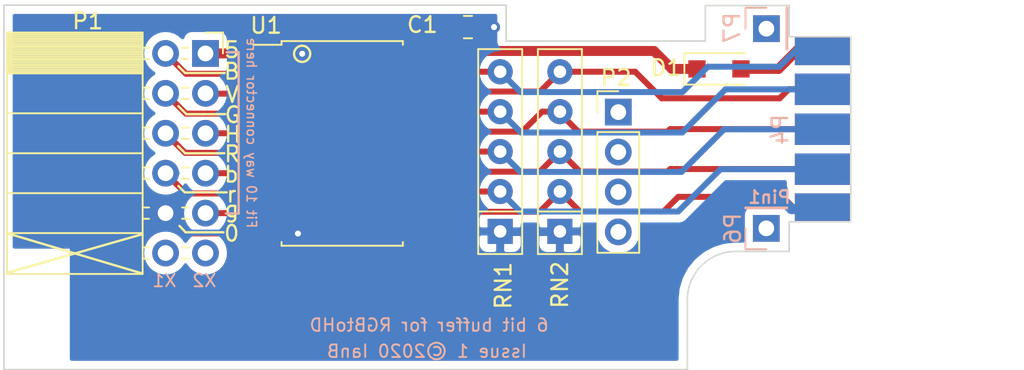
<source format=kicad_pcb>
(kicad_pcb (version 20171130) (host pcbnew "(5.1.4)-1")

  (general
    (thickness 1.6)
    (drawings 61)
    (tracks 147)
    (zones 0)
    (modules 11)
    (nets 28)
  )

  (page A4)
  (layers
    (0 F.Cu signal)
    (31 B.Cu signal)
    (34 B.Paste user hide)
    (35 F.Paste user hide)
    (36 B.SilkS user)
    (37 F.SilkS user)
    (38 B.Mask user hide)
    (39 F.Mask user hide)
    (40 Dwgs.User user hide)
    (41 Cmts.User user hide)
    (44 Edge.Cuts user)
    (45 Margin user hide)
    (46 B.CrtYd user hide)
    (47 F.CrtYd user hide)
    (48 B.Fab user hide)
    (49 F.Fab user hide)
  )

  (setup
    (last_trace_width 0.2032)
    (user_trace_width 0.2032)
    (user_trace_width 0.381)
    (user_trace_width 0.635)
    (user_trace_width 0.762)
    (user_trace_width 0.889)
    (user_trace_width 1.016)
    (user_trace_width 1.143)
    (user_trace_width 1.27)
    (trace_clearance 0.2032)
    (zone_clearance 0.508)
    (zone_45_only yes)
    (trace_min 0.2032)
    (via_size 0.6604)
    (via_drill 0.3048)
    (via_min_size 0.6604)
    (via_min_drill 0.3048)
    (uvia_size 0.6096)
    (uvia_drill 0.3048)
    (uvias_allowed no)
    (uvia_min_size 0)
    (uvia_min_drill 0)
    (edge_width 0.1)
    (segment_width 0.2)
    (pcb_text_width 0.2)
    (pcb_text_size 1.25 1.25)
    (mod_edge_width 0.15)
    (mod_text_size 1 1)
    (mod_text_width 0.15)
    (pad_size 3.5 1.75)
    (pad_drill 0)
    (pad_to_mask_clearance 0.15)
    (solder_mask_min_width 0.26)
    (aux_axis_origin 12.502 54.50096)
    (grid_origin 45.002 28.00096)
    (visible_elements 7FFFFFFF)
    (pcbplotparams
      (layerselection 0x010f0_ffffffff)
      (usegerberextensions true)
      (usegerberattributes false)
      (usegerberadvancedattributes false)
      (creategerberjobfile false)
      (excludeedgelayer true)
      (linewidth 0.100000)
      (plotframeref false)
      (viasonmask false)
      (mode 1)
      (useauxorigin false)
      (hpglpennumber 1)
      (hpglpenspeed 20)
      (hpglpendiameter 15.000000)
      (psnegative false)
      (psa4output false)
      (plotreference true)
      (plotvalue false)
      (plotinvisibletext false)
      (padsonsilk false)
      (subtractmaskfromsilk false)
      (outputformat 1)
      (mirror false)
      (drillshape 0)
      (scaleselection 1)
      (outputdirectory "manufacturing/"))
  )

  (net 0 "")
  (net 1 /GND)
  (net 2 /SYNC)
  (net 3 /BLUE)
  (net 4 /GREEN)
  (net 5 /RED)
  (net 6 /BRED)
  (net 7 /BGREEN)
  (net 8 /BBLUE)
  (net 9 /VSYNC)
  (net 10 "Net-(P6-Pad1)")
  (net 11 /VCC)
  (net 12 "Net-(P7-Pad1)")
  (net 13 /X2)
  (net 14 /X1)
  (net 15 "Net-(P2-Pad4)")
  (net 16 "Net-(P2-Pad3)")
  (net 17 "Net-(P2-Pad2)")
  (net 18 "Net-(P2-Pad1)")
  (net 19 /I_BRED)
  (net 20 /I_RED)
  (net 21 /I_GREEN)
  (net 22 /I_BLUE)
  (net 23 /I_VSYNC)
  (net 24 /I_SYNC)
  (net 25 /I_BBLUE)
  (net 26 /I_BGREEN)
  (net 27 /I_VCC)

  (net_class Default "This is the default net class."
    (clearance 0.2032)
    (trace_width 0.2032)
    (via_dia 0.6604)
    (via_drill 0.3048)
    (uvia_dia 0.6096)
    (uvia_drill 0.3048)
    (diff_pair_width 0.2032)
    (diff_pair_gap 0.25)
    (add_net /BBLUE)
    (add_net /BGREEN)
    (add_net /BLUE)
    (add_net /BRED)
    (add_net /GND)
    (add_net /GREEN)
    (add_net /I_BBLUE)
    (add_net /I_BGREEN)
    (add_net /I_BLUE)
    (add_net /I_BRED)
    (add_net /I_GREEN)
    (add_net /I_RED)
    (add_net /I_SYNC)
    (add_net /I_VCC)
    (add_net /I_VSYNC)
    (add_net /RED)
    (add_net /SYNC)
    (add_net /VCC)
    (add_net /VSYNC)
    (add_net /X1)
    (add_net /X2)
    (add_net "Net-(P2-Pad1)")
    (add_net "Net-(P2-Pad2)")
    (add_net "Net-(P2-Pad3)")
    (add_net "Net-(P2-Pad4)")
    (add_net "Net-(P6-Pad1)")
    (add_net "Net-(P7-Pad1)")
  )

  (net_class Power ""
    (clearance 0.2032)
    (trace_width 0.381)
    (via_dia 0.762)
    (via_drill 0.381)
    (uvia_dia 0.6096)
    (uvia_drill 0.3048)
    (diff_pair_width 0.2032)
    (diff_pair_gap 0.25)
  )

  (module Connector_Harwin:Harwin_M20-89005xx_1x05_P2.54mm_Horizontal_CUSTOM_EVEN (layer F.Cu) (tedit 5E7106B3) (tstamp 5E6BBD6F)
    (at 85.12688 39.19982)
    (descr "Harwin Male Horizontal Surface Mount Single Row 2.54mm (0.1 inch) Pitch PCB Connector, M20-89005xx, 5 Pins per row (https://cdn.harwin.com/pdfs/M20-890.pdf), generated with kicad-footprint-generator")
    (tags "connector Harwin M20-890 horizontal")
    (path /5E6C5142)
    (attr smd)
    (fp_text reference P5 (at -8.97 -4) (layer F.SilkS) hide
      (effects (font (size 1 1) (thickness 0.15)))
    )
    (fp_text value Conn_01x05_CUSTOM_EVEN (at -0.48 7.55) (layer F.Fab)
      (effects (font (size 1 1) (thickness 0.15)))
    )
    (fp_line (start -6.425 -5.4) (end -6.425 -4.76) (layer F.Fab) (width 0.1))
    (fp_line (start -6.425 -2.86) (end -6.425 -2.22) (layer F.Fab) (width 0.1))
    (fp_line (start -6.425 -0.32) (end -6.425 0.32) (layer F.Fab) (width 0.1))
    (fp_line (start -6.425 2.22) (end -6.425 2.86) (layer F.Fab) (width 0.1))
    (fp_line (start -6.425 4.76) (end -6.425 5.4) (layer F.Fab) (width 0.1))
    (fp_line (start -7.28 -6.85) (end 7.28 -6.85) (layer F.CrtYd) (width 0.05))
    (fp_line (start 7.28 -6.85) (end 7.28 6.85) (layer F.CrtYd) (width 0.05))
    (fp_line (start 7.28 6.85) (end -7.28 6.85) (layer F.CrtYd) (width 0.05))
    (fp_line (start -7.28 6.85) (end -7.28 -6.85) (layer F.CrtYd) (width 0.05))
    (pad 10 connect rect (at -5.525 -4.955) (size 3.5 1.75) (layers F.Cu F.Mask)
      (net 27 /I_VCC))
    (pad 8 connect rect (at -5.525 -2.54) (size 3.5 2) (layers F.Cu F.Mask)
      (net 23 /I_VSYNC))
    (pad 6 connect rect (at -5.525 0) (size 3.5 2) (layers F.Cu F.Mask)
      (net 24 /I_SYNC))
    (pad 4 connect rect (at -5.525 2.54) (size 3.5 2) (layers F.Cu F.Mask)
      (net 25 /I_BBLUE))
    (pad 2 connect rect (at -5.525 4.955) (size 3.5 1.75) (layers F.Cu F.Mask)
      (net 26 /I_BGREEN))
    (model ${KISYS3DMOD}/Connector_Harwin.3dshapes/Harwin_M20-89005xx_1x05_P2.54mm_Horizontal.wrl
      (at (xyz 0 0 0))
      (scale (xyz 1 1 1))
      (rotate (xyz 0 0 0))
    )
  )

  (module Connector_Harwin:Harwin_M20-89005xx_1x05_P2.54mm_Horizontal_CUSTOM_ODD (layer B.Cu) (tedit 5E7106F8) (tstamp 5E6AB2E8)
    (at 85.127 39.20096)
    (descr "Harwin Male Horizontal Surface Mount Single Row 2.54mm (0.1 inch) Pitch PCB Connector, M20-89005xx, 5 Pins per row (https://cdn.harwin.com/pdfs/M20-890.pdf), generated with kicad-footprint-generator")
    (tags "connector Harwin M20-890 horizontal")
    (path /5E6A8473)
    (fp_text reference P4 (at -8.215 0.02 90) (layer B.SilkS)
      (effects (font (size 1 1) (thickness 0.15)) (justify mirror))
    )
    (fp_text value Conn_01x05_CUSTOM_ODD (at -0.48 -7.55) (layer B.Fab)
      (effects (font (size 1 1) (thickness 0.15)) (justify mirror))
    )
    (fp_line (start -6.425 5.4) (end -6.425 4.76) (layer B.Fab) (width 0.1))
    (fp_line (start -6.425 2.86) (end -6.425 2.22) (layer B.Fab) (width 0.1))
    (fp_line (start -6.425 0.32) (end -6.425 -0.32) (layer B.Fab) (width 0.1))
    (fp_line (start -6.425 -2.22) (end -6.425 -2.86) (layer B.Fab) (width 0.1))
    (fp_line (start -6.425 -4.76) (end -6.425 -5.4) (layer B.Fab) (width 0.1))
    (fp_line (start -7.28 6.85) (end 7.28 6.85) (layer B.CrtYd) (width 0.05))
    (fp_line (start 7.28 6.85) (end 7.28 -6.85) (layer B.CrtYd) (width 0.05))
    (fp_line (start 7.28 -6.85) (end -7.28 -6.85) (layer B.CrtYd) (width 0.05))
    (fp_line (start -7.28 -6.85) (end -7.28 6.85) (layer B.CrtYd) (width 0.05))
    (pad 1 connect rect (at -5.525 4.955) (size 3.5 1.75) (layers B.Cu B.Mask)
      (net 1 /GND))
    (pad 3 connect rect (at -5.525 2.54) (size 3.5 2) (layers B.Cu B.Mask)
      (net 19 /I_BRED))
    (pad 5 connect rect (at -5.525 0) (size 3.5 2) (layers B.Cu B.Mask)
      (net 20 /I_RED))
    (pad 7 connect rect (at -5.525 -2.54) (size 3.5 2) (layers B.Cu B.Mask)
      (net 21 /I_GREEN))
    (pad 9 connect rect (at -5.525 -4.955) (size 3.5 1.75) (layers B.Cu B.Mask)
      (net 22 /I_BLUE))
    (model ${KISYS3DMOD}/Connector_Harwin.3dshapes/Harwin_M20-89005xx_1x05_P2.54mm_Horizontal.wrl
      (at (xyz 0 0 0))
      (scale (xyz 1 1 1))
      (rotate (xyz 0 0 0))
    )
  )

  (module Resistor_THT:R_Array_SIP5 (layer F.Cu) (tedit 5A14249F) (tstamp 5E6AFCF6)
    (at 59.102 45.70096 90)
    (descr "5-pin Resistor SIP pack")
    (tags R)
    (path /5E6D7B29)
    (fp_text reference RN1 (at -3.45 0.2 90) (layer F.SilkS)
      (effects (font (size 1 1) (thickness 0.15)))
    )
    (fp_text value 470R (at 6.35 2.4 90) (layer F.Fab)
      (effects (font (size 1 1) (thickness 0.15)))
    )
    (fp_text user %R (at 5.08 0 90) (layer F.Fab)
      (effects (font (size 1 1) (thickness 0.15)))
    )
    (fp_line (start -1.29 -1.25) (end -1.29 1.25) (layer F.Fab) (width 0.1))
    (fp_line (start -1.29 1.25) (end 11.45 1.25) (layer F.Fab) (width 0.1))
    (fp_line (start 11.45 1.25) (end 11.45 -1.25) (layer F.Fab) (width 0.1))
    (fp_line (start 11.45 -1.25) (end -1.29 -1.25) (layer F.Fab) (width 0.1))
    (fp_line (start 1.27 -1.25) (end 1.27 1.25) (layer F.Fab) (width 0.1))
    (fp_line (start -1.44 -1.4) (end -1.44 1.4) (layer F.SilkS) (width 0.12))
    (fp_line (start -1.44 1.4) (end 11.6 1.4) (layer F.SilkS) (width 0.12))
    (fp_line (start 11.6 1.4) (end 11.6 -1.4) (layer F.SilkS) (width 0.12))
    (fp_line (start 11.6 -1.4) (end -1.44 -1.4) (layer F.SilkS) (width 0.12))
    (fp_line (start 1.27 -1.4) (end 1.27 1.4) (layer F.SilkS) (width 0.12))
    (fp_line (start -1.7 -1.65) (end -1.7 1.65) (layer F.CrtYd) (width 0.05))
    (fp_line (start -1.7 1.65) (end 11.9 1.65) (layer F.CrtYd) (width 0.05))
    (fp_line (start 11.9 1.65) (end 11.9 -1.65) (layer F.CrtYd) (width 0.05))
    (fp_line (start 11.9 -1.65) (end -1.7 -1.65) (layer F.CrtYd) (width 0.05))
    (pad 1 thru_hole rect (at 0 0 90) (size 1.6 1.6) (drill 0.8) (layers *.Cu *.Mask)
      (net 1 /GND))
    (pad 2 thru_hole oval (at 2.54 0 90) (size 1.6 1.6) (drill 0.8) (layers *.Cu *.Mask)
      (net 19 /I_BRED))
    (pad 3 thru_hole oval (at 5.08 0 90) (size 1.6 1.6) (drill 0.8) (layers *.Cu *.Mask)
      (net 20 /I_RED))
    (pad 4 thru_hole oval (at 7.62 0 90) (size 1.6 1.6) (drill 0.8) (layers *.Cu *.Mask)
      (net 21 /I_GREEN))
    (pad 5 thru_hole oval (at 10.16 0 90) (size 1.6 1.6) (drill 0.8) (layers *.Cu *.Mask)
      (net 22 /I_BLUE))
    (model ${KISYS3DMOD}/Resistor_THT.3dshapes/R_Array_SIP5.wrl
      (at (xyz 0 0 0))
      (scale (xyz 1 1 1))
      (rotate (xyz 0 0 0))
    )
  )

  (module Connector_PinHeader_2.54mm:PinHeader_1x04_P2.54mm_Vertical locked (layer F.Cu) (tedit 59FED5CC) (tstamp 5DCC4DD0)
    (at 66.6174 38.11016)
    (descr "Through hole straight pin header, 1x04, 2.54mm pitch, single row")
    (tags "Through hole pin header THT 1x04 2.54mm single row")
    (path /5DCFA861)
    (fp_text reference P2 (at -0.14478 -2.1971) (layer F.SilkS)
      (effects (font (size 1 1) (thickness 0.15)))
    )
    (fp_text value Conn_01x04 (at 0 9.95) (layer F.Fab)
      (effects (font (size 1 1) (thickness 0.15)))
    )
    (fp_text user %R (at 0 3.81 90) (layer F.Fab)
      (effects (font (size 1 1) (thickness 0.15)))
    )
    (fp_line (start 1.8 -1.8) (end -1.8 -1.8) (layer F.CrtYd) (width 0.05))
    (fp_line (start 1.8 9.4) (end 1.8 -1.8) (layer F.CrtYd) (width 0.05))
    (fp_line (start -1.8 9.4) (end 1.8 9.4) (layer F.CrtYd) (width 0.05))
    (fp_line (start -1.8 -1.8) (end -1.8 9.4) (layer F.CrtYd) (width 0.05))
    (fp_line (start -1.33 -1.33) (end 0 -1.33) (layer F.SilkS) (width 0.12))
    (fp_line (start -1.33 0) (end -1.33 -1.33) (layer F.SilkS) (width 0.12))
    (fp_line (start -1.33 1.27) (end 1.33 1.27) (layer F.SilkS) (width 0.12))
    (fp_line (start 1.33 1.27) (end 1.33 8.95) (layer F.SilkS) (width 0.12))
    (fp_line (start -1.33 1.27) (end -1.33 8.95) (layer F.SilkS) (width 0.12))
    (fp_line (start -1.33 8.95) (end 1.33 8.95) (layer F.SilkS) (width 0.12))
    (fp_line (start -1.27 -0.635) (end -0.635 -1.27) (layer F.Fab) (width 0.1))
    (fp_line (start -1.27 8.89) (end -1.27 -0.635) (layer F.Fab) (width 0.1))
    (fp_line (start 1.27 8.89) (end -1.27 8.89) (layer F.Fab) (width 0.1))
    (fp_line (start 1.27 -1.27) (end 1.27 8.89) (layer F.Fab) (width 0.1))
    (fp_line (start -0.635 -1.27) (end 1.27 -1.27) (layer F.Fab) (width 0.1))
    (pad 4 thru_hole oval (at 0 7.62) (size 1.7 1.7) (drill 1) (layers *.Cu *.Mask)
      (net 15 "Net-(P2-Pad4)"))
    (pad 3 thru_hole oval (at 0 5.08) (size 1.7 1.7) (drill 1) (layers *.Cu *.Mask)
      (net 16 "Net-(P2-Pad3)"))
    (pad 2 thru_hole oval (at 0 2.54) (size 1.7 1.7) (drill 1) (layers *.Cu *.Mask)
      (net 17 "Net-(P2-Pad2)"))
    (pad 1 thru_hole rect (at 0 0) (size 1.7 1.7) (drill 1) (layers *.Cu *.Mask)
      (net 18 "Net-(P2-Pad1)"))
    (model ${KISYS3DMOD}/Connector_PinHeader_2.54mm.3dshapes/PinHeader_1x04_P2.54mm_Vertical.wrl
      (at (xyz 0 0 0))
      (scale (xyz 1 1 1))
      (rotate (xyz 0 0 0))
    )
  )

  (module Connector_PinHeader_2.54mm:PinHeader_1x01_P2.54mm_Vertical (layer B.Cu) (tedit 59FED5CC) (tstamp 5DCB85A9)
    (at 76.03318 45.5041)
    (descr "Through hole straight pin header, 1x01, 2.54mm pitch, single row")
    (tags "Through hole pin header THT 1x01 2.54mm single row")
    (path /5DD07D72)
    (fp_text reference P6 (at -2.1336 0 90) (layer B.SilkS)
      (effects (font (size 1 1) (thickness 0.15)) (justify mirror))
    )
    (fp_text value Conn_01x01 (at 0 -2.33) (layer B.Fab)
      (effects (font (size 1 1) (thickness 0.15)) (justify mirror))
    )
    (fp_line (start -0.635 1.27) (end 1.27 1.27) (layer B.Fab) (width 0.1))
    (fp_line (start 1.27 1.27) (end 1.27 -1.27) (layer B.Fab) (width 0.1))
    (fp_line (start 1.27 -1.27) (end -1.27 -1.27) (layer B.Fab) (width 0.1))
    (fp_line (start -1.27 -1.27) (end -1.27 0.635) (layer B.Fab) (width 0.1))
    (fp_line (start -1.27 0.635) (end -0.635 1.27) (layer B.Fab) (width 0.1))
    (fp_line (start -1.33 -1.33) (end 1.33 -1.33) (layer B.SilkS) (width 0.12))
    (fp_line (start -1.33 -1.27) (end -1.33 -1.33) (layer B.SilkS) (width 0.12))
    (fp_line (start 1.33 -1.27) (end 1.33 -1.33) (layer B.SilkS) (width 0.12))
    (fp_line (start -1.33 -1.27) (end 1.33 -1.27) (layer B.SilkS) (width 0.12))
    (fp_line (start -1.33 0) (end -1.33 1.33) (layer B.SilkS) (width 0.12))
    (fp_line (start -1.33 1.33) (end 0 1.33) (layer B.SilkS) (width 0.12))
    (fp_line (start -1.8 1.8) (end -1.8 -1.8) (layer B.CrtYd) (width 0.05))
    (fp_line (start -1.8 -1.8) (end 1.8 -1.8) (layer B.CrtYd) (width 0.05))
    (fp_line (start 1.8 -1.8) (end 1.8 1.8) (layer B.CrtYd) (width 0.05))
    (fp_line (start 1.8 1.8) (end -1.8 1.8) (layer B.CrtYd) (width 0.05))
    (fp_text user %R (at 0 0 270) (layer B.Fab)
      (effects (font (size 1 1) (thickness 0.15)) (justify mirror))
    )
    (pad 1 thru_hole rect (at 0 0) (size 1.7 1.7) (drill 1) (layers *.Cu *.Mask)
      (net 10 "Net-(P6-Pad1)"))
    (model ${KISYS3DMOD}/Connector_PinHeader_2.54mm.3dshapes/PinHeader_1x01_P2.54mm_Vertical.wrl
      (at (xyz 0 0 0))
      (scale (xyz 1 1 1))
      (rotate (xyz 0 0 0))
    )
  )

  (module Connector_PinSocket_2.54mm:PinSocket_2x06_P2.54mm_Horizontal locked (layer F.Cu) (tedit 5A19A42C) (tstamp 5E4F1D96)
    (at 40.3538 34.37636)
    (descr "Through hole angled socket strip, 2x06, 2.54mm pitch, 8.51mm socket length, double cols (from Kicad 4.0.7), script generated")
    (tags "Through hole angled socket strip THT 2x06 2.54mm double row")
    (path /5E50C60D)
    (zone_connect 2)
    (fp_text reference P1 (at -7.493 -2.0574) (layer F.SilkS)
      (effects (font (size 1 1) (thickness 0.15)))
    )
    (fp_text value Conn_02x06_Odd_Even (at -5.65 15.47) (layer F.Fab)
      (effects (font (size 1 1) (thickness 0.15)))
    )
    (fp_line (start -12.57 -1.27) (end -5.03 -1.27) (layer F.Fab) (width 0.1))
    (fp_line (start -5.03 -1.27) (end -4.06 -0.3) (layer F.Fab) (width 0.1))
    (fp_line (start -4.06 -0.3) (end -4.06 13.97) (layer F.Fab) (width 0.1))
    (fp_line (start -4.06 13.97) (end -12.57 13.97) (layer F.Fab) (width 0.1))
    (fp_line (start -12.57 13.97) (end -12.57 -1.27) (layer F.Fab) (width 0.1))
    (fp_line (start 0 -0.3) (end -4.06 -0.3) (layer F.Fab) (width 0.1))
    (fp_line (start -4.06 0.3) (end 0 0.3) (layer F.Fab) (width 0.1))
    (fp_line (start 0 0.3) (end 0 -0.3) (layer F.Fab) (width 0.1))
    (fp_line (start 0 2.24) (end -4.06 2.24) (layer F.Fab) (width 0.1))
    (fp_line (start -4.06 2.84) (end 0 2.84) (layer F.Fab) (width 0.1))
    (fp_line (start 0 2.84) (end 0 2.24) (layer F.Fab) (width 0.1))
    (fp_line (start 0 4.78) (end -4.06 4.78) (layer F.Fab) (width 0.1))
    (fp_line (start -4.06 5.38) (end 0 5.38) (layer F.Fab) (width 0.1))
    (fp_line (start 0 5.38) (end 0 4.78) (layer F.Fab) (width 0.1))
    (fp_line (start 0 7.32) (end -4.06 7.32) (layer F.Fab) (width 0.1))
    (fp_line (start -4.06 7.92) (end 0 7.92) (layer F.Fab) (width 0.1))
    (fp_line (start 0 7.92) (end 0 7.32) (layer F.Fab) (width 0.1))
    (fp_line (start 0 9.86) (end -4.06 9.86) (layer F.Fab) (width 0.1))
    (fp_line (start -4.06 10.46) (end 0 10.46) (layer F.Fab) (width 0.1))
    (fp_line (start 0 10.46) (end 0 9.86) (layer F.Fab) (width 0.1))
    (fp_line (start 0 12.4) (end -4.06 12.4) (layer F.Fab) (width 0.1))
    (fp_line (start -4.06 13) (end 0 13) (layer F.Fab) (width 0.1))
    (fp_line (start 0 13) (end 0 12.4) (layer F.Fab) (width 0.1))
    (fp_line (start -12.63 -1.21) (end -4 -1.21) (layer F.SilkS) (width 0.12))
    (fp_line (start -12.63 -1.091905) (end -4 -1.091905) (layer F.SilkS) (width 0.12))
    (fp_line (start -12.63 -0.97381) (end -4 -0.97381) (layer F.SilkS) (width 0.12))
    (fp_line (start -12.63 -0.855715) (end -4 -0.855715) (layer F.SilkS) (width 0.12))
    (fp_line (start -12.63 -0.73762) (end -4 -0.73762) (layer F.SilkS) (width 0.12))
    (fp_line (start -12.63 -0.619525) (end -4 -0.619525) (layer F.SilkS) (width 0.12))
    (fp_line (start -12.63 -0.50143) (end -4 -0.50143) (layer F.SilkS) (width 0.12))
    (fp_line (start -12.63 -0.383335) (end -4 -0.383335) (layer F.SilkS) (width 0.12))
    (fp_line (start -12.63 -0.26524) (end -4 -0.26524) (layer F.SilkS) (width 0.12))
    (fp_line (start -12.63 -0.147145) (end -4 -0.147145) (layer F.SilkS) (width 0.12))
    (fp_line (start -12.63 -0.02905) (end -4 -0.02905) (layer F.SilkS) (width 0.12))
    (fp_line (start -12.63 0.089045) (end -4 0.089045) (layer F.SilkS) (width 0.12))
    (fp_line (start -12.63 0.20714) (end -4 0.20714) (layer F.SilkS) (width 0.12))
    (fp_line (start -12.63 0.325235) (end -4 0.325235) (layer F.SilkS) (width 0.12))
    (fp_line (start -12.63 0.44333) (end -4 0.44333) (layer F.SilkS) (width 0.12))
    (fp_line (start -12.63 0.561425) (end -4 0.561425) (layer F.SilkS) (width 0.12))
    (fp_line (start -12.63 0.67952) (end -4 0.67952) (layer F.SilkS) (width 0.12))
    (fp_line (start -12.63 0.797615) (end -4 0.797615) (layer F.SilkS) (width 0.12))
    (fp_line (start -12.63 0.91571) (end -4 0.91571) (layer F.SilkS) (width 0.12))
    (fp_line (start -12.63 1.033805) (end -4 1.033805) (layer F.SilkS) (width 0.12))
    (fp_line (start -12.63 1.1519) (end -4 1.1519) (layer F.SilkS) (width 0.12))
    (fp_line (start -4 -0.36) (end -3.59 -0.36) (layer F.SilkS) (width 0.12))
    (fp_line (start -1.49 -0.36) (end -1.11 -0.36) (layer F.SilkS) (width 0.12))
    (fp_line (start -4 0.36) (end -3.59 0.36) (layer F.SilkS) (width 0.12))
    (fp_line (start -1.49 0.36) (end -1.11 0.36) (layer F.SilkS) (width 0.12))
    (fp_line (start -4 2.18) (end -3.59 2.18) (layer F.SilkS) (width 0.12))
    (fp_line (start -1.49 2.18) (end -1.05 2.18) (layer F.SilkS) (width 0.12))
    (fp_line (start -4 2.9) (end -3.59 2.9) (layer F.SilkS) (width 0.12))
    (fp_line (start -1.49 2.9) (end -1.05 2.9) (layer F.SilkS) (width 0.12))
    (fp_line (start -4 4.72) (end -3.59 4.72) (layer F.SilkS) (width 0.12))
    (fp_line (start -1.49 4.72) (end -1.05 4.72) (layer F.SilkS) (width 0.12))
    (fp_line (start -4 5.44) (end -3.59 5.44) (layer F.SilkS) (width 0.12))
    (fp_line (start -1.49 5.44) (end -1.05 5.44) (layer F.SilkS) (width 0.12))
    (fp_line (start -4 7.26) (end -3.59 7.26) (layer F.SilkS) (width 0.12))
    (fp_line (start -1.49 7.26) (end -1.05 7.26) (layer F.SilkS) (width 0.12))
    (fp_line (start -4 7.98) (end -3.59 7.98) (layer F.SilkS) (width 0.12))
    (fp_line (start -1.49 7.98) (end -1.05 7.98) (layer F.SilkS) (width 0.12))
    (fp_line (start -4 9.8) (end -3.59 9.8) (layer F.SilkS) (width 0.12))
    (fp_line (start -1.49 9.8) (end -1.05 9.8) (layer F.SilkS) (width 0.12))
    (fp_line (start -4 10.52) (end -3.59 10.52) (layer F.SilkS) (width 0.12))
    (fp_line (start -1.49 10.52) (end -1.05 10.52) (layer F.SilkS) (width 0.12))
    (fp_line (start -4 12.34) (end -3.59 12.34) (layer F.SilkS) (width 0.12))
    (fp_line (start -1.49 12.34) (end -1.05 12.34) (layer F.SilkS) (width 0.12))
    (fp_line (start -4 13.06) (end -3.59 13.06) (layer F.SilkS) (width 0.12))
    (fp_line (start -1.49 13.06) (end -1.05 13.06) (layer F.SilkS) (width 0.12))
    (fp_line (start -12.63 1.27) (end -4 1.27) (layer F.SilkS) (width 0.12))
    (fp_line (start -12.63 3.81) (end -4 3.81) (layer F.SilkS) (width 0.12))
    (fp_line (start -12.63 6.35) (end -4 6.35) (layer F.SilkS) (width 0.12))
    (fp_line (start -12.63 8.89) (end -4 8.89) (layer F.SilkS) (width 0.12))
    (fp_line (start -12.63 11.43) (end -4 11.43) (layer F.SilkS) (width 0.12))
    (fp_line (start -12.63 -1.33) (end -4 -1.33) (layer F.SilkS) (width 0.12))
    (fp_line (start -4 -1.33) (end -4 14.03) (layer F.SilkS) (width 0.12))
    (fp_line (start -12.63 14.03) (end -4 14.03) (layer F.SilkS) (width 0.12))
    (fp_line (start -12.63 -1.33) (end -12.63 14.03) (layer F.SilkS) (width 0.12))
    (fp_line (start 1.11 -1.33) (end 1.11 0) (layer F.SilkS) (width 0.12))
    (fp_line (start 0 -1.33) (end 1.11 -1.33) (layer F.SilkS) (width 0.12))
    (fp_line (start 1.8 -1.8) (end -13.05 -1.8) (layer F.CrtYd) (width 0.05))
    (fp_line (start -13.05 -1.8) (end -13.05 14.45) (layer F.CrtYd) (width 0.05))
    (fp_line (start -13.05 14.45) (end 1.8 14.45) (layer F.CrtYd) (width 0.05))
    (fp_line (start 1.8 14.45) (end 1.8 -1.8) (layer F.CrtYd) (width 0.05))
    (fp_text user %R (at -8.315 6.35 90) (layer F.Fab)
      (effects (font (size 1 1) (thickness 0.15)))
    )
    (pad 1 thru_hole rect (at 0 0) (size 1.7 1.7) (drill 1) (layers *.Cu *.Mask)
      (net 11 /VCC) (zone_connect 2))
    (pad 2 thru_hole oval (at -2.54 0) (size 1.7 1.7) (drill 1) (layers *.Cu *.Mask)
      (net 3 /BLUE) (zone_connect 2))
    (pad 3 thru_hole oval (at 0 2.54) (size 1.7 1.7) (drill 1) (layers *.Cu *.Mask)
      (net 9 /VSYNC) (zone_connect 2))
    (pad 4 thru_hole oval (at -2.54 2.54) (size 1.7 1.7) (drill 1) (layers *.Cu *.Mask)
      (net 4 /GREEN) (zone_connect 2))
    (pad 5 thru_hole oval (at 0 5.08) (size 1.7 1.7) (drill 1) (layers *.Cu *.Mask)
      (net 2 /SYNC) (zone_connect 2))
    (pad 6 thru_hole oval (at -2.54 5.08) (size 1.7 1.7) (drill 1) (layers *.Cu *.Mask)
      (net 5 /RED) (zone_connect 2))
    (pad 7 thru_hole oval (at 0 7.62) (size 1.7 1.7) (drill 1) (layers *.Cu *.Mask)
      (net 8 /BBLUE) (zone_connect 2))
    (pad 8 thru_hole oval (at -2.54 7.62) (size 1.7 1.7) (drill 1) (layers *.Cu *.Mask)
      (net 6 /BRED) (zone_connect 2))
    (pad 9 thru_hole oval (at 0 10.16) (size 1.7 1.7) (drill 1) (layers *.Cu *.Mask)
      (net 7 /BGREEN) (zone_connect 2))
    (pad 10 thru_hole oval (at -2.54 10.16) (size 1.7 1.7) (drill 1) (layers *.Cu *.Mask)
      (net 1 /GND) (zone_connect 2))
    (pad 11 thru_hole oval (at 0 12.7) (size 1.7 1.7) (drill 1) (layers *.Cu *.Mask)
      (net 13 /X2) (zone_connect 2))
    (pad 12 thru_hole oval (at -2.54 12.7) (size 1.7 1.7) (drill 1) (layers *.Cu *.Mask)
      (net 14 /X1) (zone_connect 2))
    (model ${KISYS3DMOD}/Connector_PinSocket_2.54mm.3dshapes/PinSocket_2x06_P2.54mm_Horizontal.wrl
      (at (xyz 0 0 0))
      (scale (xyz 1 1 1))
      (rotate (xyz 0 0 0))
    )
  )

  (module Connector_PinHeader_2.54mm:PinHeader_1x01_P2.54mm_Vertical (layer B.Cu) (tedit 59FED5CC) (tstamp 5E575828)
    (at 76.0408 32.80156 270)
    (descr "Through hole straight pin header, 1x01, 2.54mm pitch, single row")
    (tags "Through hole pin header THT 1x01 2.54mm single row")
    (path /5E6322BC)
    (fp_text reference P7 (at -0.0508 2.1844 270) (layer B.SilkS)
      (effects (font (size 1 1) (thickness 0.15)) (justify mirror))
    )
    (fp_text value Conn_01x01 (at 0 -2.33 90) (layer B.Fab)
      (effects (font (size 1 1) (thickness 0.15)) (justify mirror))
    )
    (fp_line (start -0.635 1.27) (end 1.27 1.27) (layer B.Fab) (width 0.1))
    (fp_line (start 1.27 1.27) (end 1.27 -1.27) (layer B.Fab) (width 0.1))
    (fp_line (start 1.27 -1.27) (end -1.27 -1.27) (layer B.Fab) (width 0.1))
    (fp_line (start -1.27 -1.27) (end -1.27 0.635) (layer B.Fab) (width 0.1))
    (fp_line (start -1.27 0.635) (end -0.635 1.27) (layer B.Fab) (width 0.1))
    (fp_line (start -1.33 -1.33) (end 1.33 -1.33) (layer B.SilkS) (width 0.12))
    (fp_line (start -1.33 -1.27) (end -1.33 -1.33) (layer B.SilkS) (width 0.12))
    (fp_line (start 1.33 -1.27) (end 1.33 -1.33) (layer B.SilkS) (width 0.12))
    (fp_line (start -1.33 -1.27) (end 1.33 -1.27) (layer B.SilkS) (width 0.12))
    (fp_line (start -1.33 0) (end -1.33 1.33) (layer B.SilkS) (width 0.12))
    (fp_line (start -1.33 1.33) (end 0 1.33) (layer B.SilkS) (width 0.12))
    (fp_line (start -1.8 1.8) (end -1.8 -1.8) (layer B.CrtYd) (width 0.05))
    (fp_line (start -1.8 -1.8) (end 1.8 -1.8) (layer B.CrtYd) (width 0.05))
    (fp_line (start 1.8 -1.8) (end 1.8 1.8) (layer B.CrtYd) (width 0.05))
    (fp_line (start 1.8 1.8) (end -1.8 1.8) (layer B.CrtYd) (width 0.05))
    (fp_text user %R (at 0 0 180) (layer B.Fab)
      (effects (font (size 1 1) (thickness 0.15)) (justify mirror))
    )
    (pad 1 thru_hole rect (at 0 0 270) (size 1.7 1.7) (drill 1) (layers *.Cu *.Mask)
      (net 12 "Net-(P7-Pad1)"))
    (model ${KISYS3DMOD}/Connector_PinHeader_2.54mm.3dshapes/PinHeader_1x01_P2.54mm_Vertical.wrl
      (at (xyz 0 0 0))
      (scale (xyz 1 1 1))
      (rotate (xyz 0 0 0))
    )
  )

  (module Package_SO:SOIC-20W_7.5x12.8mm_P1.27mm (layer F.Cu) (tedit 5C97300E) (tstamp 5E6AF2DD)
    (at 49.052 40.10096)
    (descr "SOIC, 20 Pin (JEDEC MS-013AC, https://www.analog.com/media/en/package-pcb-resources/package/233848rw_20.pdf), generated with kicad-footprint-generator ipc_gullwing_generator.py")
    (tags "SOIC SO")
    (path /5E6CBF98)
    (attr smd)
    (fp_text reference U1 (at -4.85 -7.5) (layer F.SilkS)
      (effects (font (size 1 1) (thickness 0.15)))
    )
    (fp_text value 74LS245 (at 0 7.35) (layer F.Fab)
      (effects (font (size 1 1) (thickness 0.15)))
    )
    (fp_line (start 0 6.51) (end 3.86 6.51) (layer F.SilkS) (width 0.12))
    (fp_line (start 3.86 6.51) (end 3.86 6.275) (layer F.SilkS) (width 0.12))
    (fp_line (start 0 6.51) (end -3.86 6.51) (layer F.SilkS) (width 0.12))
    (fp_line (start -3.86 6.51) (end -3.86 6.275) (layer F.SilkS) (width 0.12))
    (fp_line (start 0 -6.51) (end 3.86 -6.51) (layer F.SilkS) (width 0.12))
    (fp_line (start 3.86 -6.51) (end 3.86 -6.275) (layer F.SilkS) (width 0.12))
    (fp_line (start 0 -6.51) (end -3.86 -6.51) (layer F.SilkS) (width 0.12))
    (fp_line (start -3.86 -6.51) (end -3.86 -6.275) (layer F.SilkS) (width 0.12))
    (fp_line (start -3.86 -6.275) (end -5.675 -6.275) (layer F.SilkS) (width 0.12))
    (fp_line (start -2.75 -6.4) (end 3.75 -6.4) (layer F.Fab) (width 0.1))
    (fp_line (start 3.75 -6.4) (end 3.75 6.4) (layer F.Fab) (width 0.1))
    (fp_line (start 3.75 6.4) (end -3.75 6.4) (layer F.Fab) (width 0.1))
    (fp_line (start -3.75 6.4) (end -3.75 -5.4) (layer F.Fab) (width 0.1))
    (fp_line (start -3.75 -5.4) (end -2.75 -6.4) (layer F.Fab) (width 0.1))
    (fp_line (start -5.93 -6.65) (end -5.93 6.65) (layer F.CrtYd) (width 0.05))
    (fp_line (start -5.93 6.65) (end 5.93 6.65) (layer F.CrtYd) (width 0.05))
    (fp_line (start 5.93 6.65) (end 5.93 -6.65) (layer F.CrtYd) (width 0.05))
    (fp_line (start 5.93 -6.65) (end -5.93 -6.65) (layer F.CrtYd) (width 0.05))
    (fp_text user %R (at 0 0) (layer F.Fab)
      (effects (font (size 1 1) (thickness 0.15)))
    )
    (pad 1 smd roundrect (at -4.65 -5.715) (size 2.05 0.6) (layers F.Cu F.Paste F.Mask) (roundrect_rratio 0.25)
      (net 1 /GND))
    (pad 2 smd roundrect (at -4.65 -4.445) (size 2.05 0.6) (layers F.Cu F.Paste F.Mask) (roundrect_rratio 0.25)
      (net 3 /BLUE))
    (pad 3 smd roundrect (at -4.65 -3.175) (size 2.05 0.6) (layers F.Cu F.Paste F.Mask) (roundrect_rratio 0.25)
      (net 9 /VSYNC))
    (pad 4 smd roundrect (at -4.65 -1.905) (size 2.05 0.6) (layers F.Cu F.Paste F.Mask) (roundrect_rratio 0.25)
      (net 4 /GREEN))
    (pad 5 smd roundrect (at -4.65 -0.635) (size 2.05 0.6) (layers F.Cu F.Paste F.Mask) (roundrect_rratio 0.25)
      (net 2 /SYNC))
    (pad 6 smd roundrect (at -4.65 0.635) (size 2.05 0.6) (layers F.Cu F.Paste F.Mask) (roundrect_rratio 0.25)
      (net 5 /RED))
    (pad 7 smd roundrect (at -4.65 1.905) (size 2.05 0.6) (layers F.Cu F.Paste F.Mask) (roundrect_rratio 0.25)
      (net 8 /BBLUE))
    (pad 8 smd roundrect (at -4.65 3.175) (size 2.05 0.6) (layers F.Cu F.Paste F.Mask) (roundrect_rratio 0.25)
      (net 6 /BRED))
    (pad 9 smd roundrect (at -4.65 4.445) (size 2.05 0.6) (layers F.Cu F.Paste F.Mask) (roundrect_rratio 0.25)
      (net 7 /BGREEN))
    (pad 10 smd roundrect (at -4.65 5.715) (size 2.05 0.6) (layers F.Cu F.Paste F.Mask) (roundrect_rratio 0.25)
      (net 1 /GND))
    (pad 11 smd roundrect (at 4.65 5.715) (size 2.05 0.6) (layers F.Cu F.Paste F.Mask) (roundrect_rratio 0.25)
      (net 26 /I_BGREEN))
    (pad 12 smd roundrect (at 4.65 4.445) (size 2.05 0.6) (layers F.Cu F.Paste F.Mask) (roundrect_rratio 0.25)
      (net 19 /I_BRED))
    (pad 13 smd roundrect (at 4.65 3.175) (size 2.05 0.6) (layers F.Cu F.Paste F.Mask) (roundrect_rratio 0.25)
      (net 25 /I_BBLUE))
    (pad 14 smd roundrect (at 4.65 1.905) (size 2.05 0.6) (layers F.Cu F.Paste F.Mask) (roundrect_rratio 0.25)
      (net 20 /I_RED))
    (pad 15 smd roundrect (at 4.65 0.635) (size 2.05 0.6) (layers F.Cu F.Paste F.Mask) (roundrect_rratio 0.25)
      (net 24 /I_SYNC))
    (pad 16 smd roundrect (at 4.65 -0.635) (size 2.05 0.6) (layers F.Cu F.Paste F.Mask) (roundrect_rratio 0.25)
      (net 21 /I_GREEN))
    (pad 17 smd roundrect (at 4.65 -1.905) (size 2.05 0.6) (layers F.Cu F.Paste F.Mask) (roundrect_rratio 0.25)
      (net 23 /I_VSYNC))
    (pad 18 smd roundrect (at 4.65 -3.175) (size 2.05 0.6) (layers F.Cu F.Paste F.Mask) (roundrect_rratio 0.25)
      (net 22 /I_BLUE))
    (pad 19 smd roundrect (at 4.65 -4.445) (size 2.05 0.6) (layers F.Cu F.Paste F.Mask) (roundrect_rratio 0.25)
      (net 1 /GND))
    (pad 20 smd roundrect (at 4.65 -5.715) (size 2.05 0.6) (layers F.Cu F.Paste F.Mask) (roundrect_rratio 0.25)
      (net 11 /VCC))
    (model ${KISYS3DMOD}/Package_SO.3dshapes/SOIC-20W_7.5x12.8mm_P1.27mm.wrl
      (at (xyz 0 0 0))
      (scale (xyz 1 1 1))
      (rotate (xyz 0 0 0))
    )
  )

  (module Resistor_THT:R_Array_SIP5 (layer F.Cu) (tedit 5A14249F) (tstamp 5E6AFD0E)
    (at 62.902 45.70096 90)
    (descr "5-pin Resistor SIP pack")
    (tags R)
    (path /5E6DADBC)
    (fp_text reference RN2 (at -3.4 0 90) (layer F.SilkS)
      (effects (font (size 1 1) (thickness 0.15)))
    )
    (fp_text value 470R (at 6.35 2.4 90) (layer F.Fab)
      (effects (font (size 1 1) (thickness 0.15)))
    )
    (fp_line (start 11.9 -1.65) (end -1.7 -1.65) (layer F.CrtYd) (width 0.05))
    (fp_line (start 11.9 1.65) (end 11.9 -1.65) (layer F.CrtYd) (width 0.05))
    (fp_line (start -1.7 1.65) (end 11.9 1.65) (layer F.CrtYd) (width 0.05))
    (fp_line (start -1.7 -1.65) (end -1.7 1.65) (layer F.CrtYd) (width 0.05))
    (fp_line (start 1.27 -1.4) (end 1.27 1.4) (layer F.SilkS) (width 0.12))
    (fp_line (start 11.6 -1.4) (end -1.44 -1.4) (layer F.SilkS) (width 0.12))
    (fp_line (start 11.6 1.4) (end 11.6 -1.4) (layer F.SilkS) (width 0.12))
    (fp_line (start -1.44 1.4) (end 11.6 1.4) (layer F.SilkS) (width 0.12))
    (fp_line (start -1.44 -1.4) (end -1.44 1.4) (layer F.SilkS) (width 0.12))
    (fp_line (start 1.27 -1.25) (end 1.27 1.25) (layer F.Fab) (width 0.1))
    (fp_line (start 11.45 -1.25) (end -1.29 -1.25) (layer F.Fab) (width 0.1))
    (fp_line (start 11.45 1.25) (end 11.45 -1.25) (layer F.Fab) (width 0.1))
    (fp_line (start -1.29 1.25) (end 11.45 1.25) (layer F.Fab) (width 0.1))
    (fp_line (start -1.29 -1.25) (end -1.29 1.25) (layer F.Fab) (width 0.1))
    (fp_text user %R (at 5.08 0 90) (layer F.Fab)
      (effects (font (size 1 1) (thickness 0.15)))
    )
    (pad 5 thru_hole oval (at 10.16 0 90) (size 1.6 1.6) (drill 0.8) (layers *.Cu *.Mask)
      (net 23 /I_VSYNC))
    (pad 4 thru_hole oval (at 7.62 0 90) (size 1.6 1.6) (drill 0.8) (layers *.Cu *.Mask)
      (net 24 /I_SYNC))
    (pad 3 thru_hole oval (at 5.08 0 90) (size 1.6 1.6) (drill 0.8) (layers *.Cu *.Mask)
      (net 25 /I_BBLUE))
    (pad 2 thru_hole oval (at 2.54 0 90) (size 1.6 1.6) (drill 0.8) (layers *.Cu *.Mask)
      (net 26 /I_BGREEN))
    (pad 1 thru_hole rect (at 0 0 90) (size 1.6 1.6) (drill 0.8) (layers *.Cu *.Mask)
      (net 1 /GND))
    (model ${KISYS3DMOD}/Resistor_THT.3dshapes/R_Array_SIP5.wrl
      (at (xyz 0 0 0))
      (scale (xyz 1 1 1))
      (rotate (xyz 0 0 0))
    )
  )

  (module Capacitor_SMD:C_0805_2012Metric_Pad1.15x1.40mm_HandSolder (layer F.Cu) (tedit 5B36C52B) (tstamp 5E6B89E7)
    (at 57.052 32.70096 180)
    (descr "Capacitor SMD 0805 (2012 Metric), square (rectangular) end terminal, IPC_7351 nominal with elongated pad for handsoldering. (Body size source: https://docs.google.com/spreadsheets/d/1BsfQQcO9C6DZCsRaXUlFlo91Tg2WpOkGARC1WS5S8t0/edit?usp=sharing), generated with kicad-footprint-generator")
    (tags "capacitor handsolder")
    (path /5E6D4BDE)
    (attr smd)
    (fp_text reference C1 (at 2.9 0.15) (layer F.SilkS)
      (effects (font (size 1 1) (thickness 0.15)))
    )
    (fp_text value 100n (at 0 1.65) (layer F.Fab)
      (effects (font (size 1 1) (thickness 0.15)))
    )
    (fp_line (start -1 0.6) (end -1 -0.6) (layer F.Fab) (width 0.1))
    (fp_line (start -1 -0.6) (end 1 -0.6) (layer F.Fab) (width 0.1))
    (fp_line (start 1 -0.6) (end 1 0.6) (layer F.Fab) (width 0.1))
    (fp_line (start 1 0.6) (end -1 0.6) (layer F.Fab) (width 0.1))
    (fp_line (start -0.261252 -0.71) (end 0.261252 -0.71) (layer F.SilkS) (width 0.12))
    (fp_line (start -0.261252 0.71) (end 0.261252 0.71) (layer F.SilkS) (width 0.12))
    (fp_line (start -1.85 0.95) (end -1.85 -0.95) (layer F.CrtYd) (width 0.05))
    (fp_line (start -1.85 -0.95) (end 1.85 -0.95) (layer F.CrtYd) (width 0.05))
    (fp_line (start 1.85 -0.95) (end 1.85 0.95) (layer F.CrtYd) (width 0.05))
    (fp_line (start 1.85 0.95) (end -1.85 0.95) (layer F.CrtYd) (width 0.05))
    (fp_text user %R (at 0 0) (layer F.Fab)
      (effects (font (size 0.5 0.5) (thickness 0.08)))
    )
    (pad 1 smd roundrect (at -1.025 0 180) (size 1.15 1.4) (layers F.Cu F.Paste F.Mask) (roundrect_rratio 0.217391)
      (net 1 /GND))
    (pad 2 smd roundrect (at 1.025 0 180) (size 1.15 1.4) (layers F.Cu F.Paste F.Mask) (roundrect_rratio 0.217391)
      (net 11 /VCC))
    (model ${KISYS3DMOD}/Capacitor_SMD.3dshapes/C_0805_2012Metric.wrl
      (at (xyz 0 0 0))
      (scale (xyz 1 1 1))
      (rotate (xyz 0 0 0))
    )
  )

  (module Diode_SMD:D_SOD-123F (layer F.Cu) (tedit 587F7769) (tstamp 5E6BBD5D)
    (at 73.022 35.36096)
    (descr D_SOD-123F)
    (tags D_SOD-123F)
    (path /5E6C799C)
    (attr smd)
    (fp_text reference D1 (at -3.36 -0.07) (layer F.SilkS)
      (effects (font (size 1 1) (thickness 0.15)))
    )
    (fp_text value D_Schottky (at 0 2.1) (layer F.Fab)
      (effects (font (size 1 1) (thickness 0.15)))
    )
    (fp_text user %R (at -0.127 -1.905) (layer F.Fab)
      (effects (font (size 1 1) (thickness 0.15)))
    )
    (fp_line (start -2.2 -1) (end -2.2 1) (layer F.SilkS) (width 0.12))
    (fp_line (start 0.25 0) (end 0.75 0) (layer F.Fab) (width 0.1))
    (fp_line (start 0.25 0.4) (end -0.35 0) (layer F.Fab) (width 0.1))
    (fp_line (start 0.25 -0.4) (end 0.25 0.4) (layer F.Fab) (width 0.1))
    (fp_line (start -0.35 0) (end 0.25 -0.4) (layer F.Fab) (width 0.1))
    (fp_line (start -0.35 0) (end -0.35 0.55) (layer F.Fab) (width 0.1))
    (fp_line (start -0.35 0) (end -0.35 -0.55) (layer F.Fab) (width 0.1))
    (fp_line (start -0.75 0) (end -0.35 0) (layer F.Fab) (width 0.1))
    (fp_line (start -1.4 0.9) (end -1.4 -0.9) (layer F.Fab) (width 0.1))
    (fp_line (start 1.4 0.9) (end -1.4 0.9) (layer F.Fab) (width 0.1))
    (fp_line (start 1.4 -0.9) (end 1.4 0.9) (layer F.Fab) (width 0.1))
    (fp_line (start -1.4 -0.9) (end 1.4 -0.9) (layer F.Fab) (width 0.1))
    (fp_line (start -2.2 -1.15) (end 2.2 -1.15) (layer F.CrtYd) (width 0.05))
    (fp_line (start 2.2 -1.15) (end 2.2 1.15) (layer F.CrtYd) (width 0.05))
    (fp_line (start 2.2 1.15) (end -2.2 1.15) (layer F.CrtYd) (width 0.05))
    (fp_line (start -2.2 -1.15) (end -2.2 1.15) (layer F.CrtYd) (width 0.05))
    (fp_line (start -2.2 1) (end 1.65 1) (layer F.SilkS) (width 0.12))
    (fp_line (start -2.2 -1) (end 1.65 -1) (layer F.SilkS) (width 0.12))
    (pad 1 smd rect (at -1.4 0) (size 1.1 1.1) (layers F.Cu F.Paste F.Mask)
      (net 11 /VCC))
    (pad 2 smd rect (at 1.4 0) (size 1.1 1.1) (layers F.Cu F.Paste F.Mask)
      (net 27 /I_VCC))
    (model ${KISYS3DMOD}/Diode_SMD.3dshapes/D_SOD-123F.wrl
      (at (xyz 0 0 0))
      (scale (xyz 1 1 1))
      (rotate (xyz 0 0 0))
    )
  )

  (gr_line (start 77.4886 45.08754) (end 77.4886 46.97476) (layer Edge.Cuts) (width 0.1) (tstamp 5E6BEDE2))
  (gr_line (start 81.40782 45.08754) (end 77.4886 45.08754) (layer Edge.Cuts) (width 0.1))
  (gr_line (start 81.40782 33.31464) (end 81.40782 45.08754) (layer Edge.Cuts) (width 0.1))
  (gr_line (start 77.49114 33.31464) (end 81.40782 33.31464) (layer Edge.Cuts) (width 0.1))
  (gr_line (start 77.49114 33.30448) (end 77.49114 33.31464) (layer Edge.Cuts) (width 0.1))
  (gr_line (start 77.4886 31.32836) (end 77.49114 33.30448) (layer Edge.Cuts) (width 0.1))
  (gr_text Pin1 (at 76.232 43.52096) (layer B.SilkS)
    (effects (font (size 0.8 0.8) (thickness 0.15)) (justify mirror))
  )
  (gr_circle (center 46.502 34.40096) (end 46.952 34.65096) (layer F.SilkS) (width 0.15))
  (gr_line (start 74.135799 46.97476) (end 77.4886 46.97476) (layer Edge.Cuts) (width 0.1) (tstamp 5E583A7A))
  (gr_line (start 71.011181 50.04816) (end 71.0116 54.49316) (layer Edge.Cuts) (width 0.1) (tstamp 5E583A77))
  (gr_text X2 (at 40.2776 48.82896) (layer B.SilkS)
    (effects (font (size 0.8 0.8) (thickness 0.12)) (justify mirror))
  )
  (gr_text X1 (at 37.7376 48.82896) (layer B.SilkS)
    (effects (font (size 0.8 0.8) (thickness 0.12)) (justify mirror))
  )
  (gr_line (start 72.1546 31.32836) (end 77.4886 31.32836) (layer Edge.Cuts) (width 0.1))
  (gr_line (start 27.5268 54.49316) (end 71.0116 54.49316) (layer Edge.Cuts) (width 0.1) (tstamp 5E575A9A))
  (gr_line (start 72.1546 33.58896) (end 72.1546 31.32836) (layer Edge.Cuts) (width 0.1))
  (gr_line (start 71.3672 33.58896) (end 72.1546 33.58896) (layer Edge.Cuts) (width 0.1))
  (gr_line (start 71.3672 33.58896) (end 59.48 33.58896) (layer Edge.Cuts) (width 0.1) (tstamp 5E575930))
  (gr_line (start 59.48 33.58896) (end 59.48 32.82696) (layer Edge.Cuts) (width 0.1) (tstamp 5E5758CA))
  (gr_text "Fit 10 way connector here" (at 43.2748 39.43096 270) (layer B.SilkS)
    (effects (font (size 0.6 0.6) (thickness 0.1)) (justify mirror))
  )
  (gr_line (start 42.462 34.30016) (end 41.7 34.30016) (layer B.SilkS) (width 0.15))
  (gr_line (start 42.462 44.56176) (end 42.462 34.30016) (layer B.SilkS) (width 0.15))
  (gr_line (start 41.6492 44.56176) (end 42.462 44.56176) (layer B.SilkS) (width 0.15))
  (gr_text "6 bit buffer for RGBtoHD" (at 54.5778 51.66106) (layer B.SilkS)
    (effects (font (size 0.8 0.8) (thickness 0.12)) (justify mirror))
  )
  (gr_line (start 27.7808 48.32096) (end 36.3152 45.88256) (layer F.SilkS) (width 0.15))
  (gr_line (start 27.7808 45.83176) (end 36.3152 48.37176) (layer F.SilkS) (width 0.15))
  (gr_line (start 39.0838 45.75556) (end 41.4968 45.75556) (layer F.SilkS) (width 0.15))
  (gr_line (start 38.7028 45.34916) (end 39.0838 45.75556) (layer F.SilkS) (width 0.15))
  (gr_line (start 59.48 31.30296) (end 59.48 32.82696) (layer Edge.Cuts) (width 0.1) (tstamp 5DD5AB6E))
  (gr_line (start 39.541 43.21556) (end 41.7 43.21556) (layer F.SilkS) (width 0.15))
  (gr_line (start 39.6172 38.23716) (end 41.5984 38.23716) (layer F.SilkS) (width 0.15))
  (gr_line (start 39.5664 40.72636) (end 41.5476 40.72636) (layer F.SilkS) (width 0.15))
  (gr_line (start 39.0584 35.62096) (end 41.573 35.62096) (layer F.SilkS) (width 0.15))
  (gr_line (start 38.6266 35.18916) (end 39.0584 35.62096) (layer F.SilkS) (width 0.15))
  (gr_line (start 39.033 43.21556) (end 38.6266 42.80916) (layer F.SilkS) (width 0.15))
  (gr_line (start 39.541 43.21556) (end 39.033 43.21556) (layer F.SilkS) (width 0.15))
  (gr_line (start 39.0584 40.72636) (end 38.6012 40.26916) (layer F.SilkS) (width 0.15))
  (gr_line (start 39.5664 40.72636) (end 39.0584 40.72636) (layer F.SilkS) (width 0.15))
  (gr_line (start 39.1346 38.23716) (end 38.6266 37.72916) (layer F.SilkS) (width 0.15))
  (gr_line (start 39.6172 38.23716) (end 39.1346 38.23716) (layer F.SilkS) (width 0.15))
  (gr_line (start 27.5268 31.30296) (end 59.48 31.30296) (layer Edge.Cuts) (width 0.1) (tstamp 5DD1BA95))
  (gr_text "Issue 1 ©2020 IanB" (at 54.4381 53.32476) (layer B.SilkS)
    (effects (font (size 0.8 0.8) (thickness 0.12)) (justify mirror))
  )
  (gr_text r (at 42.0048 43.34256) (layer F.SilkS)
    (effects (font (size 1 1) (thickness 0.15)))
  )
  (gr_text R (at 42.0556 40.77716) (layer F.SilkS)
    (effects (font (size 1 1) (thickness 0.15)))
  )
  (gr_text G (at 42.081 38.28796) (layer F.SilkS)
    (effects (font (size 1 1) (thickness 0.15)))
  )
  (gr_line (start 27.5268 31.30296) (end 27.5268 54.49316) (layer Edge.Cuts) (width 0.1))
  (gr_arc (start 74.085 50.048159) (end 74.135799 46.97476) (angle -90.94695176) (layer Edge.Cuts) (width 0.1))
  (gr_text 0 (at 42.0175 45.83176) (layer F.SilkS)
    (effects (font (size 1 1) (thickness 0.15)))
  )
  (gr_text B (at 42.0302 35.51936) (layer F.SilkS)
    (effects (font (size 1 1) (thickness 0.15)))
  )
  (gr_text g (at 42.0302 44.28236) (layer F.SilkS)
    (effects (font (size 1 1) (thickness 0.15)))
  )
  (gr_text b (at 42.0048 42.07256) (layer F.SilkS)
    (effects (font (size 1 1) (thickness 0.15)))
  )
  (gr_text H (at 42.081 39.53256) (layer F.SilkS)
    (effects (font (size 1 1) (thickness 0.15)))
  )
  (gr_text V (at 42.0556 36.99256) (layer F.SilkS)
    (effects (font (size 1 1) (thickness 0.15)))
  )
  (gr_text 5 (at 42.0302 34.14776) (layer F.SilkS)
    (effects (font (size 1 1) (thickness 0.15)))
  )
  (dimension 30.5 (width 0.15) (layer Dwgs.User)
    (gr_text "30.5 mm (SMT socket)" (at 88.05 39.25 270) (layer Dwgs.User)
      (effects (font (size 1.5 1.5) (thickness 0.15)))
    )
    (feature1 (pts (xy 78.5 54.5) (xy 89.1 54.5)))
    (feature2 (pts (xy 78.5 24) (xy 89.1 24)))
    (crossbar (pts (xy 87 24) (xy 87 54.5)))
    (arrow1a (pts (xy 87 54.5) (xy 86.413579 53.373496)))
    (arrow1b (pts (xy 87 54.5) (xy 87.586421 53.373496)))
    (arrow2a (pts (xy 87 24) (xy 86.413579 25.126504)))
    (arrow2b (pts (xy 87 24) (xy 87.586421 25.126504)))
  )
  (dimension 30 (width 0.15) (layer Dwgs.User)
    (gr_text "30 mm (Thru-hole)" (at 83.05 39.5 270) (layer Dwgs.User)
      (effects (font (size 1.5 1.5) (thickness 0.15)))
    )
    (feature1 (pts (xy 78.5 54.5) (xy 84.1 54.5)))
    (feature2 (pts (xy 78.5 24.5) (xy 84.1 24.5)))
    (crossbar (pts (xy 82 24.5) (xy 82 54.5)))
    (arrow1a (pts (xy 82 54.5) (xy 81.413579 53.373496)))
    (arrow1b (pts (xy 82 54.5) (xy 82.586421 53.373496)))
    (arrow2a (pts (xy 82 24.5) (xy 81.413579 25.626504)))
    (arrow2b (pts (xy 82 24.5) (xy 82.586421 25.626504)))
  )
  (dimension 23 (width 0.15) (layer Dwgs.User)
    (gr_text "23.000 mm" (at 7.95 39.5 90) (layer Dwgs.User)
      (effects (font (size 1.5 1.5) (thickness 0.15)))
    )
    (feature1 (pts (xy 11.5 28) (xy 6.9 28)))
    (feature2 (pts (xy 11.5 51) (xy 6.9 51)))
    (crossbar (pts (xy 9 51) (xy 9 28)))
    (arrow1a (pts (xy 9 28) (xy 9.586421 29.126504)))
    (arrow1b (pts (xy 9 28) (xy 8.413579 29.126504)))
    (arrow2a (pts (xy 9 51) (xy 9.586421 49.873496)))
    (arrow2b (pts (xy 9 51) (xy 8.413579 49.873496)))
  )
  (dimension 3.5 (width 0.15) (layer Dwgs.User)
    (gr_text "3.5 mm" (at 21 58.5) (layer Dwgs.User)
      (effects (font (size 1.5 1.5) (thickness 0.15)))
    )
    (feature1 (pts (xy 16.068883 55.2811) (xy 16.068883 60.3811)))
    (feature2 (pts (xy 12.568883 55.2811) (xy 12.568883 60.3811)))
    (crossbar (pts (xy 12.568883 58.2811) (xy 16.068883 58.2811)))
    (arrow1a (pts (xy 16.068883 58.2811) (xy 14.942379 58.867521)))
    (arrow1b (pts (xy 16.068883 58.2811) (xy 14.942379 57.694679)))
    (arrow2a (pts (xy 12.568883 58.2811) (xy 13.695387 58.867521)))
    (arrow2b (pts (xy 12.568883 58.2811) (xy 13.695387 57.694679)))
  )
  (dimension 3.5 (width 0.15) (layer Dwgs.User) (tstamp 55169E80)
    (gr_text "3.5 mm" (at 22.5 46 270) (layer Dwgs.User) (tstamp 55169E80)
      (effects (font (size 1.5 1.5) (thickness 0.15)))
    )
    (feature1 (pts (xy 20 54.5) (xy 24.6 54.5)))
    (feature2 (pts (xy 20 51) (xy 24.6 51)))
    (crossbar (pts (xy 22.5 51) (xy 22.5 54.5)))
    (arrow1a (pts (xy 22.5 54.5) (xy 21.913579 53.373496)))
    (arrow1b (pts (xy 22.5 54.5) (xy 23.086421 53.373496)))
    (arrow2a (pts (xy 22.5 51) (xy 21.913579 52.126504)))
    (arrow2b (pts (xy 22.5 51) (xy 23.086421 52.126504)))
  )
  (dimension 29 (width 0.15) (layer Dwgs.User)
    (gr_text "29 mm" (at 30.5 35.849999) (layer Dwgs.User)
      (effects (font (size 1.5 1.5) (thickness 0.15)))
    )
    (feature1 (pts (xy 45 32) (xy 45 37.199999)))
    (feature2 (pts (xy 16 32) (xy 16 37.199999)))
    (crossbar (pts (xy 16 34.499999) (xy 45 34.499999)))
    (arrow1a (pts (xy 45 34.499999) (xy 43.873496 35.08642)))
    (arrow1b (pts (xy 45 34.499999) (xy 43.873496 33.913578)))
    (arrow2a (pts (xy 16 34.499999) (xy 17.126504 35.08642)))
    (arrow2b (pts (xy 16 34.499999) (xy 17.126504 33.913578)))
  )
  (dimension 58 (width 0.15) (layer Dwgs.User)
    (gr_text "58 mm" (at 45 19.15) (layer Dwgs.User)
      (effects (font (size 1.5 1.5) (thickness 0.15)))
    )
    (feature1 (pts (xy 74 23) (xy 74 17.8)))
    (feature2 (pts (xy 16 23) (xy 16 17.8)))
    (crossbar (pts (xy 16 20.5) (xy 74 20.5)))
    (arrow1a (pts (xy 74 20.5) (xy 72.873496 21.086421)))
    (arrow1b (pts (xy 74 20.5) (xy 72.873496 19.913579)))
    (arrow2a (pts (xy 16 20.5) (xy 17.126504 21.086421)))
    (arrow2b (pts (xy 16 20.5) (xy 17.126504 19.913579)))
  )
  (dimension 65 (width 0.15) (layer Dwgs.User)
    (gr_text "65 mm" (at 45 14.65) (layer Dwgs.User)
      (effects (font (size 1.5 1.5) (thickness 0.15)))
    )
    (feature1 (pts (xy 77.5 23) (xy 77.5 13.3)))
    (feature2 (pts (xy 12.5 23) (xy 12.5 13.3)))
    (crossbar (pts (xy 12.5 16) (xy 77.5 16)))
    (arrow1a (pts (xy 77.5 16) (xy 76.373496 16.586421)))
    (arrow1b (pts (xy 77.5 16) (xy 76.373496 15.413579)))
    (arrow2a (pts (xy 12.5 16) (xy 13.626504 16.586421)))
    (arrow2b (pts (xy 12.5 16) (xy 13.626504 15.413579)))
  )

  (segment (start 39.1034 45.82596) (end 44.672 45.82596) (width 0.381) (layer F.Cu) (net 1))
  (segment (start 37.8138 44.53636) (end 39.1034 45.82596) (width 0.381) (layer F.Cu) (net 1))
  (segment (start 38.663799 45.386359) (end 37.8138 44.53636) (width 0.381) (layer B.Cu) (net 1))
  (segment (start 39.057501 45.780061) (end 38.663799 45.386359) (width 0.381) (layer B.Cu) (net 1))
  (segment (start 42.101101 45.780061) (end 39.057501 45.780061) (width 0.381) (layer B.Cu) (net 1))
  (segment (start 46.022 49.70096) (end 42.101101 45.780061) (width 0.381) (layer B.Cu) (net 1))
  (segment (start 62.682 49.68096) (end 62.702 49.70096) (width 0.381) (layer B.Cu) (net 1))
  (segment (start 62.702 49.70096) (end 59.102 49.70096) (width 0.381) (layer B.Cu) (net 1))
  (segment (start 51.397 34.39596) (end 46.807 34.39596) (width 0.381) (layer F.Cu) (net 1))
  (segment (start 53.972 35.66596) (end 52.667 35.66596) (width 0.381) (layer F.Cu) (net 1))
  (segment (start 52.667 35.66596) (end 51.397 34.39596) (width 0.381) (layer F.Cu) (net 1))
  (segment (start 46.807 34.39596) (end 46.507 34.39596) (width 0.381) (layer F.Cu) (net 1) (tstamp 5E6B1191))
  (segment (start 62.902 49.60096) (end 63.002 49.70096) (width 0.381) (layer B.Cu) (net 1))
  (segment (start 62.902 45.80096) (end 62.902 49.60096) (width 0.381) (layer B.Cu) (net 1))
  (segment (start 63.002 49.70096) (end 62.702 49.70096) (width 0.381) (layer B.Cu) (net 1))
  (segment (start 59.102 45.80096) (end 62.902 45.80096) (width 0.381) (layer B.Cu) (net 1))
  (segment (start 59.102 49.70096) (end 56.902 49.70096) (width 0.381) (layer B.Cu) (net 1))
  (segment (start 56.902 49.70096) (end 46.022 49.70096) (width 0.381) (layer B.Cu) (net 1))
  (segment (start 56.902 49.70096) (end 56.902 36.760966) (width 0.381) (layer B.Cu) (net 1))
  (segment (start 46.507 34.39596) (end 44.672 34.39596) (width 0.381) (layer F.Cu) (net 1) (tstamp 5E6B8F9B))
  (via (at 46.507 34.39596) (size 0.762) (drill 0.381) (layers F.Cu B.Cu) (net 1))
  (segment (start 63.002 49.70096) (end 67.292 49.70096) (width 0.381) (layer B.Cu) (net 1))
  (segment (start 67.292 49.70096) (end 73.843 43.14996) (width 0.381) (layer B.Cu) (net 1))
  (via (at 58.712 32.70096) (size 0.762) (drill 0.381) (layers F.Cu B.Cu) (net 1))
  (segment (start 56.902 36.760966) (end 56.902 34.51096) (width 0.381) (layer B.Cu) (net 1))
  (segment (start 56.787 34.39596) (end 56.902 34.51096) (width 0.381) (layer B.Cu) (net 1))
  (segment (start 46.507 34.39596) (end 56.787 34.39596) (width 0.381) (layer B.Cu) (net 1))
  (segment (start 58.077 32.70096) (end 58.712 32.70096) (width 0.381) (layer F.Cu) (net 1))
  (segment (start 76.501 43.14996) (end 73.843 43.14996) (width 0.635) (layer B.Cu) (net 1))
  (segment (start 79.602 44.28096) (end 77.632 44.28096) (width 0.635) (layer B.Cu) (net 1))
  (segment (start 77.632 44.28096) (end 76.501 43.14996) (width 0.635) (layer B.Cu) (net 1))
  (via (at 46.23644 45.83684) (size 0.762) (drill 0.381) (layers F.Cu B.Cu) (net 1))
  (segment (start 44.402 45.81596) (end 46.21556 45.81596) (width 0.381) (layer F.Cu) (net 1))
  (segment (start 46.21556 45.81596) (end 46.23644 45.83684) (width 0.381) (layer F.Cu) (net 1))
  (segment (start 46.23644 45.17652) (end 58.20623 33.20673) (width 0.381) (layer B.Cu) (net 1))
  (segment (start 46.23644 45.83684) (end 46.23644 45.17652) (width 0.381) (layer B.Cu) (net 1))
  (segment (start 56.902 34.51096) (end 58.20623 33.20673) (width 0.381) (layer B.Cu) (net 1))
  (segment (start 58.20623 33.20673) (end 58.712 32.70096) (width 0.381) (layer B.Cu) (net 1))
  (segment (start 44.6524 39.45636) (end 44.672 39.47596) (width 0.381) (layer F.Cu) (net 2))
  (segment (start 40.3538 39.45636) (end 44.6524 39.45636) (width 0.381) (layer F.Cu) (net 2))
  (segment (start 37.8138 34.37636) (end 39.0934 35.65596) (width 0.381) (layer F.Cu) (net 3))
  (segment (start 39.110099 35.672659) (end 39.0934 35.65596) (width 0.381) (layer F.Cu) (net 3))
  (segment (start 44.672 35.66596) (end 44.665301 35.672659) (width 0.381) (layer F.Cu) (net 3))
  (segment (start 44.665301 35.672659) (end 39.110099 35.672659) (width 0.381) (layer F.Cu) (net 3))
  (segment (start 39.1034 38.20596) (end 44.672 38.20596) (width 0.381) (layer F.Cu) (net 4))
  (segment (start 37.8138 36.91636) (end 39.1034 38.20596) (width 0.381) (layer F.Cu) (net 4))
  (segment (start 38.663799 40.306359) (end 37.8138 39.45636) (width 0.381) (layer F.Cu) (net 5))
  (segment (start 39.057501 40.700061) (end 38.663799 40.306359) (width 0.381) (layer F.Cu) (net 5))
  (segment (start 44.402 40.73596) (end 44.366101 40.700061) (width 0.381) (layer F.Cu) (net 5))
  (segment (start 44.366101 40.700061) (end 39.057501 40.700061) (width 0.381) (layer F.Cu) (net 5))
  (segment (start 37.8138 41.99636) (end 38.513122 41.99636) (width 0.381) (layer B.Cu) (net 6))
  (segment (start 39.1034 43.28596) (end 44.672 43.28596) (width 0.381) (layer F.Cu) (net 6))
  (segment (start 37.8138 41.99636) (end 39.1034 43.28596) (width 0.381) (layer F.Cu) (net 6))
  (segment (start 44.6524 44.53636) (end 44.672 44.55596) (width 0.381) (layer F.Cu) (net 7))
  (segment (start 40.3538 44.53636) (end 44.6524 44.53636) (width 0.381) (layer F.Cu) (net 7))
  (segment (start 44.6524 41.99636) (end 44.672 42.01596) (width 0.381) (layer F.Cu) (net 8))
  (segment (start 40.3538 41.99636) (end 44.6524 41.99636) (width 0.381) (layer F.Cu) (net 8))
  (segment (start 40.3734 36.93596) (end 40.3538 36.91636) (width 0.381) (layer F.Cu) (net 9))
  (segment (start 44.672 36.93596) (end 40.3734 36.93596) (width 0.381) (layer F.Cu) (net 9))
  (segment (start 55.352 32.70096) (end 56.027 32.70096) (width 0.635) (layer F.Cu) (net 11))
  (segment (start 43.5142 32.70096) (end 55.352 32.70096) (width 0.635) (layer F.Cu) (net 11))
  (segment (start 40.3538 34.37636) (end 41.8388 34.37636) (width 0.635) (layer F.Cu) (net 11))
  (segment (start 41.8388 34.37636) (end 43.5142 32.70096) (width 0.635) (layer F.Cu) (net 11))
  (segment (start 56.027 32.70096) (end 56.027 33.50096) (width 0.635) (layer F.Cu) (net 11))
  (segment (start 55.142 34.38596) (end 56.027 33.50096) (width 0.635) (layer F.Cu) (net 11))
  (segment (start 53.702 34.38596) (end 55.142 34.38596) (width 0.635) (layer F.Cu) (net 11))
  (segment (start 70.032 35.36096) (end 71.622 35.36096) (width 0.635) (layer F.Cu) (net 11))
  (segment (start 68.891299 34.220259) (end 70.032 35.36096) (width 0.635) (layer F.Cu) (net 11))
  (segment (start 56.027 33.50096) (end 56.746299 34.220259) (width 0.635) (layer F.Cu) (net 11))
  (segment (start 56.746299 34.220259) (end 68.891299 34.220259) (width 0.635) (layer F.Cu) (net 11))
  (segment (start 55.097 44.55596) (end 53.972 44.55596) (width 0.381) (layer F.Cu) (net 19))
  (segment (start 56.197 44.55596) (end 55.097 44.55596) (width 0.381) (layer F.Cu) (net 19))
  (segment (start 59.102 43.16096) (end 57.592 43.16096) (width 0.381) (layer F.Cu) (net 19))
  (segment (start 57.592 43.16096) (end 56.197 44.55596) (width 0.381) (layer F.Cu) (net 19))
  (segment (start 59.901999 43.960959) (end 59.102 43.16096) (width 0.381) (layer B.Cu) (net 19))
  (segment (start 60.374901 44.433861) (end 59.901999 43.960959) (width 0.381) (layer B.Cu) (net 19))
  (segment (start 70.429099 44.433861) (end 60.374901 44.433861) (width 0.381) (layer B.Cu) (net 19))
  (segment (start 79.847 41.74096) (end 73.122 41.74096) (width 0.381) (layer B.Cu) (net 19))
  (segment (start 73.122 41.74096) (end 70.429099 44.433861) (width 0.381) (layer B.Cu) (net 19))
  (segment (start 59.102 40.62096) (end 57.282 40.62096) (width 0.381) (layer F.Cu) (net 20))
  (segment (start 55.887 42.01596) (end 53.972 42.01596) (width 0.381) (layer F.Cu) (net 20))
  (segment (start 57.282 40.62096) (end 55.887 42.01596) (width 0.381) (layer F.Cu) (net 20))
  (segment (start 59.901999 41.420959) (end 59.102 40.62096) (width 0.381) (layer B.Cu) (net 20))
  (segment (start 60.395701 41.914661) (end 59.901999 41.420959) (width 0.381) (layer B.Cu) (net 20))
  (segment (start 70.638299 41.914661) (end 60.395701 41.914661) (width 0.381) (layer B.Cu) (net 20))
  (segment (start 79.847 39.20096) (end 73.352 39.20096) (width 0.381) (layer B.Cu) (net 20))
  (segment (start 73.352 39.20096) (end 70.638299 41.914661) (width 0.381) (layer B.Cu) (net 20))
  (segment (start 55.097 39.47596) (end 53.972 39.47596) (width 0.381) (layer F.Cu) (net 21))
  (segment (start 55.877 39.47596) (end 55.097 39.47596) (width 0.381) (layer F.Cu) (net 21))
  (segment (start 59.102 38.08096) (end 57.272 38.08096) (width 0.381) (layer F.Cu) (net 21))
  (segment (start 57.272 38.08096) (end 55.877 39.47596) (width 0.381) (layer F.Cu) (net 21))
  (segment (start 59.901999 38.880959) (end 59.102 38.08096) (width 0.381) (layer B.Cu) (net 21))
  (segment (start 60.427499 39.406459) (end 59.901999 38.880959) (width 0.381) (layer B.Cu) (net 21))
  (segment (start 68.996501 39.406459) (end 68.326501 39.406459) (width 0.381) (layer B.Cu) (net 21))
  (segment (start 68.326501 39.406459) (end 60.427499 39.406459) (width 0.381) (layer B.Cu) (net 21))
  (segment (start 70.686501 39.406459) (end 68.326501 39.406459) (width 0.381) (layer B.Cu) (net 21))
  (segment (start 79.847 36.66096) (end 73.432 36.66096) (width 0.381) (layer B.Cu) (net 21))
  (segment (start 73.432 36.66096) (end 70.686501 39.406459) (width 0.381) (layer B.Cu) (net 21))
  (segment (start 55.097 36.93596) (end 53.972 36.93596) (width 0.381) (layer F.Cu) (net 22))
  (segment (start 55.667 36.93596) (end 55.097 36.93596) (width 0.381) (layer F.Cu) (net 22))
  (segment (start 59.102 35.54096) (end 57.062 35.54096) (width 0.381) (layer F.Cu) (net 22))
  (segment (start 57.062 35.54096) (end 55.667 36.93596) (width 0.381) (layer F.Cu) (net 22))
  (segment (start 77.966 34.12096) (end 79.847 34.12096) (width 0.381) (layer B.Cu) (net 22))
  (segment (start 76.866 35.22096) (end 77.966 34.12096) (width 0.381) (layer B.Cu) (net 22))
  (segment (start 72.312 35.22096) (end 76.866 35.22096) (width 0.381) (layer B.Cu) (net 22))
  (segment (start 70.698299 36.834661) (end 72.312 35.22096) (width 0.381) (layer B.Cu) (net 22))
  (segment (start 59.102 35.54096) (end 60.395701 36.834661) (width 0.381) (layer B.Cu) (net 22))
  (segment (start 60.395701 36.834661) (end 70.698299 36.834661) (width 0.381) (layer B.Cu) (net 22))
  (segment (start 62.902 35.54096) (end 61.642 36.80096) (width 0.381) (layer F.Cu) (net 23))
  (segment (start 61.642 36.80096) (end 57.152 36.80096) (width 0.381) (layer F.Cu) (net 23))
  (segment (start 55.747 38.20596) (end 53.972 38.20596) (width 0.381) (layer F.Cu) (net 23))
  (segment (start 57.152 36.80096) (end 55.747 38.20596) (width 0.381) (layer F.Cu) (net 23))
  (segment (start 77.466 36.65096) (end 79.597 36.65096) (width 0.381) (layer F.Cu) (net 23))
  (segment (start 76.886 37.23096) (end 77.466 36.65096) (width 0.381) (layer F.Cu) (net 23))
  (segment (start 69.382 37.23096) (end 76.886 37.23096) (width 0.381) (layer F.Cu) (net 23))
  (segment (start 62.902 35.54096) (end 67.692 35.54096) (width 0.381) (layer F.Cu) (net 23))
  (segment (start 67.692 35.54096) (end 69.382 37.23096) (width 0.381) (layer F.Cu) (net 23))
  (segment (start 61.77063 38.08096) (end 60.50063 39.35096) (width 0.381) (layer F.Cu) (net 24))
  (segment (start 62.902 38.08096) (end 61.77063 38.08096) (width 0.381) (layer F.Cu) (net 24))
  (segment (start 60.50063 39.35096) (end 57.302 39.35096) (width 0.381) (layer F.Cu) (net 24))
  (segment (start 55.907 40.74596) (end 53.972 40.74596) (width 0.381) (layer F.Cu) (net 24))
  (segment (start 57.302 39.35096) (end 55.907 40.74596) (width 0.381) (layer F.Cu) (net 24))
  (segment (start 69.912 39.19096) (end 79.597 39.19096) (width 0.381) (layer F.Cu) (net 24))
  (segment (start 69.749099 39.353861) (end 69.912 39.19096) (width 0.381) (layer F.Cu) (net 24))
  (segment (start 62.902 38.18096) (end 64.074901 39.353861) (width 0.381) (layer F.Cu) (net 24))
  (segment (start 64.074901 39.353861) (end 69.749099 39.353861) (width 0.381) (layer F.Cu) (net 24))
  (segment (start 56.117 43.28596) (end 53.972 43.28596) (width 0.381) (layer F.Cu) (net 25))
  (segment (start 57.502 41.90096) (end 56.117 43.28596) (width 0.381) (layer F.Cu) (net 25))
  (segment (start 61.622 41.90096) (end 62.902 40.62096) (width 0.381) (layer F.Cu) (net 25))
  (segment (start 57.502 41.90096) (end 61.622 41.90096) (width 0.381) (layer F.Cu) (net 25))
  (segment (start 64.174901 41.893861) (end 62.902 40.62096) (width 0.381) (layer F.Cu) (net 25))
  (segment (start 69.755941 41.893861) (end 64.174901 41.893861) (width 0.381) (layer F.Cu) (net 25))
  (segment (start 79.597 41.73096) (end 69.918842 41.73096) (width 0.381) (layer F.Cu) (net 25))
  (segment (start 69.918842 41.73096) (end 69.755941 41.893861) (width 0.381) (layer F.Cu) (net 25))
  (segment (start 61.612 44.45096) (end 62.902 43.16096) (width 0.381) (layer F.Cu) (net 26))
  (segment (start 57.602 44.45096) (end 61.612 44.45096) (width 0.381) (layer F.Cu) (net 26))
  (segment (start 53.972 45.82596) (end 56.227 45.82596) (width 0.381) (layer F.Cu) (net 26))
  (segment (start 56.227 45.82596) (end 57.602 44.45096) (width 0.381) (layer F.Cu) (net 26))
  (segment (start 77.842 44.27096) (end 79.597 44.27096) (width 0.381) (layer F.Cu) (net 26))
  (segment (start 77.072 43.50096) (end 77.842 44.27096) (width 0.381) (layer F.Cu) (net 26))
  (segment (start 70.43156 43.50096) (end 77.072 43.50096) (width 0.381) (layer F.Cu) (net 26))
  (segment (start 69.498659 44.433861) (end 70.43156 43.50096) (width 0.381) (layer F.Cu) (net 26))
  (segment (start 62.902 43.16096) (end 64.174901 44.433861) (width 0.381) (layer F.Cu) (net 26))
  (segment (start 64.174901 44.433861) (end 69.498659 44.433861) (width 0.381) (layer F.Cu) (net 26))
  (segment (start 78.062 34.11096) (end 79.597 34.11096) (width 0.635) (layer F.Cu) (net 27))
  (segment (start 74.422 35.36096) (end 76.812 35.36096) (width 0.635) (layer F.Cu) (net 27))
  (segment (start 76.812 35.36096) (end 78.062 34.11096) (width 0.635) (layer F.Cu) (net 27))

  (zone (net 0) (net_name "") (layer B.Cu) (tstamp 0) (hatch edge 0.508)
    (connect_pads (clearance 0.508))
    (min_thickness 0.254)
    (keepout (tracks allowed) (vias allowed) (copperpour not_allowed))
    (fill (arc_segments 32) (thermal_gap 0.508) (thermal_bridge_width 0.508))
    (polygon
      (pts
        (xy 27.63094 54.36108) (xy 27.63094 46.79696) (xy 31.72034 46.79696) (xy 31.72034 54.36108)
      )
    )
  )
  (zone (net 1) (net_name /GND) (layer B.Cu) (tstamp 5E6B8C8D) (hatch edge 0.508)
    (connect_pads (clearance 0.508))
    (min_thickness 0.254)
    (fill yes (arc_segments 32) (thermal_gap 0.508) (thermal_bridge_width 0.508))
    (polygon
      (pts
        (xy 27.6792 31.42996) (xy 59.3784 31.42996) (xy 59.3784 33.71596) (xy 72.2816 33.71596) (xy 72.2816 31.42996)
        (xy 77.3616 31.42996) (xy 77.3616 35.06216) (xy 81.27828 35.05708) (xy 81.272 45.01096) (xy 77.372 45.00096)
        (xy 77.3743 46.77156) (xy 73.0309 46.79696) (xy 72.5102 47.00016) (xy 71.6466 47.71136) (xy 71.2021 48.24476)
        (xy 70.8465 48.87976) (xy 70.7703 49.76876) (xy 70.7576 54.18836) (xy 27.6792 54.31536)
      )
    )
    (filled_polygon
      (pts
        (xy 58.795001 32.793303) (xy 58.795 32.793313) (xy 58.795 33.555313) (xy 58.791686 33.58896) (xy 58.804912 33.723243)
        (xy 58.844081 33.852366) (xy 58.907688 33.971367) (xy 58.993289 34.075671) (xy 59.030336 34.106075) (xy 58.820691 34.126724)
        (xy 58.550192 34.208778) (xy 58.300899 34.342028) (xy 58.082392 34.521352) (xy 57.903068 34.739859) (xy 57.769818 34.989152)
        (xy 57.687764 35.259651) (xy 57.660057 35.54096) (xy 57.687764 35.822269) (xy 57.769818 36.092768) (xy 57.903068 36.342061)
        (xy 58.082392 36.560568) (xy 58.300899 36.739892) (xy 58.433858 36.81096) (xy 58.300899 36.882028) (xy 58.082392 37.061352)
        (xy 57.903068 37.279859) (xy 57.769818 37.529152) (xy 57.687764 37.799651) (xy 57.660057 38.08096) (xy 57.687764 38.362269)
        (xy 57.769818 38.632768) (xy 57.903068 38.882061) (xy 58.082392 39.100568) (xy 58.300899 39.279892) (xy 58.433858 39.35096)
        (xy 58.300899 39.422028) (xy 58.082392 39.601352) (xy 57.903068 39.819859) (xy 57.769818 40.069152) (xy 57.687764 40.339651)
        (xy 57.660057 40.62096) (xy 57.687764 40.902269) (xy 57.769818 41.172768) (xy 57.903068 41.422061) (xy 58.082392 41.640568)
        (xy 58.300899 41.819892) (xy 58.433858 41.89096) (xy 58.300899 41.962028) (xy 58.082392 42.141352) (xy 57.903068 42.359859)
        (xy 57.769818 42.609152) (xy 57.687764 42.879651) (xy 57.660057 43.16096) (xy 57.687764 43.442269) (xy 57.769818 43.712768)
        (xy 57.903068 43.962061) (xy 58.082392 44.180568) (xy 58.195482 44.273379) (xy 58.177518 44.275148) (xy 58.05782 44.311458)
        (xy 57.947506 44.370423) (xy 57.850815 44.449775) (xy 57.771463 44.546466) (xy 57.712498 44.65678) (xy 57.676188 44.776478)
        (xy 57.663928 44.90096) (xy 57.667 45.41521) (xy 57.82575 45.57396) (xy 58.975 45.57396) (xy 58.975 45.55396)
        (xy 59.229 45.55396) (xy 59.229 45.57396) (xy 60.37825 45.57396) (xy 60.537 45.41521) (xy 60.537931 45.259361)
        (xy 61.466069 45.259361) (xy 61.467 45.41521) (xy 61.62575 45.57396) (xy 62.775 45.57396) (xy 62.775 45.55396)
        (xy 63.029 45.55396) (xy 63.029 45.57396) (xy 64.17825 45.57396) (xy 64.337 45.41521) (xy 64.337931 45.259361)
        (xy 65.208395 45.259361) (xy 65.153887 45.439049) (xy 65.125215 45.73016) (xy 65.153887 46.021271) (xy 65.238801 46.301194)
        (xy 65.376694 46.559174) (xy 65.562266 46.785294) (xy 65.788386 46.970866) (xy 66.046366 47.108759) (xy 66.326289 47.193673)
        (xy 66.54445 47.21516) (xy 66.69035 47.21516) (xy 66.908511 47.193673) (xy 67.188434 47.108759) (xy 67.446414 46.970866)
        (xy 67.672534 46.785294) (xy 67.858106 46.559174) (xy 67.995999 46.301194) (xy 68.080913 46.021271) (xy 68.109585 45.73016)
        (xy 68.080913 45.439049) (xy 68.026405 45.259361) (xy 70.388549 45.259361) (xy 70.429099 45.263355) (xy 70.469649 45.259361)
        (xy 70.469652 45.259361) (xy 70.590925 45.247417) (xy 70.746533 45.200214) (xy 70.889941 45.12356) (xy 71.01564 45.020402)
        (xy 71.041497 44.988895) (xy 73.463933 42.56646) (xy 77.213928 42.56646) (xy 77.213928 42.74096) (xy 77.226188 42.865442)
        (xy 77.262498 42.98514) (xy 77.276299 43.01096) (xy 77.262498 43.03678) (xy 77.226188 43.156478) (xy 77.213928 43.28096)
        (xy 77.217 43.87021) (xy 77.375748 44.028958) (xy 77.217 44.028958) (xy 77.217 44.112512) (xy 77.12736 44.064598)
        (xy 77.007662 44.028288) (xy 76.88318 44.016028) (xy 75.18318 44.016028) (xy 75.058698 44.028288) (xy 74.939 44.064598)
        (xy 74.828686 44.123563) (xy 74.731995 44.202915) (xy 74.652643 44.299606) (xy 74.593678 44.40992) (xy 74.557368 44.529618)
        (xy 74.545108 44.6541) (xy 74.545108 46.28976) (xy 74.137394 46.28976) (xy 74.06681 46.289423) (xy 74.034205 46.292463)
        (xy 74.001456 46.292234) (xy 73.991938 46.293168) (xy 73.39532 46.355874) (xy 73.334509 46.368357) (xy 73.273518 46.379992)
        (xy 73.264362 46.382756) (xy 72.691286 46.560153) (xy 72.634032 46.584221) (xy 72.576488 46.60747) (xy 72.568043 46.61196)
        (xy 72.040338 46.897289) (xy 71.988881 46.931997) (xy 71.936917 46.966002) (xy 71.929505 46.972047) (xy 71.467271 47.354441)
        (xy 71.423524 47.398494) (xy 71.379167 47.441932) (xy 71.37307 47.449302) (xy 70.993913 47.914194) (xy 70.959557 47.965905)
        (xy 70.92448 48.017133) (xy 70.919934 48.025542) (xy 70.919931 48.025546) (xy 70.919931 48.025547) (xy 70.638293 48.555231)
        (xy 70.614639 48.61262) (xy 70.590176 48.669696) (xy 70.587348 48.678833) (xy 70.413957 49.253133) (xy 70.4019 49.314026)
        (xy 70.38899 49.374763) (xy 70.38799 49.384275) (xy 70.32945 49.981316) (xy 70.32945 49.981327) (xy 70.326178 50.014578)
        (xy 70.326536 53.80816) (xy 31.84734 53.80816) (xy 31.84734 46.79696) (xy 31.8449 46.772184) (xy 31.837673 46.748359)
        (xy 31.825937 46.726403) (xy 31.810143 46.707157) (xy 31.790897 46.691363) (xy 31.768941 46.679627) (xy 31.745116 46.6724)
        (xy 31.72034 46.66996) (xy 28.2118 46.66996) (xy 28.2118 34.37636) (xy 36.321615 34.37636) (xy 36.350287 34.667471)
        (xy 36.435201 34.947394) (xy 36.573094 35.205374) (xy 36.758666 35.431494) (xy 36.984786 35.617066) (xy 37.039591 35.64636)
        (xy 36.984786 35.675654) (xy 36.758666 35.861226) (xy 36.573094 36.087346) (xy 36.435201 36.345326) (xy 36.350287 36.625249)
        (xy 36.321615 36.91636) (xy 36.350287 37.207471) (xy 36.435201 37.487394) (xy 36.573094 37.745374) (xy 36.758666 37.971494)
        (xy 36.984786 38.157066) (xy 37.039591 38.18636) (xy 36.984786 38.215654) (xy 36.758666 38.401226) (xy 36.573094 38.627346)
        (xy 36.435201 38.885326) (xy 36.350287 39.165249) (xy 36.321615 39.45636) (xy 36.350287 39.747471) (xy 36.435201 40.027394)
        (xy 36.573094 40.285374) (xy 36.758666 40.511494) (xy 36.984786 40.697066) (xy 37.039591 40.72636) (xy 36.984786 40.755654)
        (xy 36.758666 40.941226) (xy 36.573094 41.167346) (xy 36.435201 41.425326) (xy 36.350287 41.705249) (xy 36.321615 41.99636)
        (xy 36.350287 42.287471) (xy 36.435201 42.567394) (xy 36.573094 42.825374) (xy 36.758666 43.051494) (xy 36.984786 43.237066)
        (xy 37.242766 43.374959) (xy 37.522689 43.459873) (xy 37.74085 43.48136) (xy 37.88675 43.48136) (xy 38.104911 43.459873)
        (xy 38.384834 43.374959) (xy 38.642814 43.237066) (xy 38.868934 43.051494) (xy 39.054506 42.825374) (xy 39.0838 42.770569)
        (xy 39.113094 42.825374) (xy 39.298666 43.051494) (xy 39.524786 43.237066) (xy 39.579591 43.26636) (xy 39.524786 43.295654)
        (xy 39.298666 43.481226) (xy 39.113094 43.707346) (xy 38.975201 43.965326) (xy 38.890287 44.245249) (xy 38.861615 44.53636)
        (xy 38.890287 44.827471) (xy 38.975201 45.107394) (xy 39.113094 45.365374) (xy 39.298666 45.591494) (xy 39.524786 45.777066)
        (xy 39.579591 45.80636) (xy 39.524786 45.835654) (xy 39.298666 46.021226) (xy 39.113094 46.247346) (xy 39.0838 46.302151)
        (xy 39.054506 46.247346) (xy 38.868934 46.021226) (xy 38.642814 45.835654) (xy 38.384834 45.697761) (xy 38.104911 45.612847)
        (xy 37.88675 45.59136) (xy 37.74085 45.59136) (xy 37.522689 45.612847) (xy 37.242766 45.697761) (xy 36.984786 45.835654)
        (xy 36.758666 46.021226) (xy 36.573094 46.247346) (xy 36.435201 46.505326) (xy 36.350287 46.785249) (xy 36.321615 47.07636)
        (xy 36.350287 47.367471) (xy 36.435201 47.647394) (xy 36.573094 47.905374) (xy 36.758666 48.131494) (xy 36.984786 48.317066)
        (xy 37.242766 48.454959) (xy 37.522689 48.539873) (xy 37.74085 48.56136) (xy 37.88675 48.56136) (xy 38.104911 48.539873)
        (xy 38.384834 48.454959) (xy 38.642814 48.317066) (xy 38.868934 48.131494) (xy 39.054506 47.905374) (xy 39.0838 47.850569)
        (xy 39.113094 47.905374) (xy 39.298666 48.131494) (xy 39.524786 48.317066) (xy 39.782766 48.454959) (xy 40.062689 48.539873)
        (xy 40.28085 48.56136) (xy 40.42675 48.56136) (xy 40.644911 48.539873) (xy 40.924834 48.454959) (xy 41.182814 48.317066)
        (xy 41.408934 48.131494) (xy 41.594506 47.905374) (xy 41.732399 47.647394) (xy 41.817313 47.367471) (xy 41.845985 47.07636)
        (xy 41.817313 46.785249) (xy 41.732399 46.505326) (xy 41.730066 46.50096) (xy 57.663928 46.50096) (xy 57.676188 46.625442)
        (xy 57.712498 46.74514) (xy 57.771463 46.855454) (xy 57.850815 46.952145) (xy 57.947506 47.031497) (xy 58.05782 47.090462)
        (xy 58.177518 47.126772) (xy 58.302 47.139032) (xy 58.81625 47.13596) (xy 58.975 46.97721) (xy 58.975 45.82796)
        (xy 59.229 45.82796) (xy 59.229 46.97721) (xy 59.38775 47.13596) (xy 59.902 47.139032) (xy 60.026482 47.126772)
        (xy 60.14618 47.090462) (xy 60.256494 47.031497) (xy 60.353185 46.952145) (xy 60.432537 46.855454) (xy 60.491502 46.74514)
        (xy 60.527812 46.625442) (xy 60.540072 46.50096) (xy 61.463928 46.50096) (xy 61.476188 46.625442) (xy 61.512498 46.74514)
        (xy 61.571463 46.855454) (xy 61.650815 46.952145) (xy 61.747506 47.031497) (xy 61.85782 47.090462) (xy 61.977518 47.126772)
        (xy 62.102 47.139032) (xy 62.61625 47.13596) (xy 62.775 46.97721) (xy 62.775 45.82796) (xy 63.029 45.82796)
        (xy 63.029 46.97721) (xy 63.18775 47.13596) (xy 63.702 47.139032) (xy 63.826482 47.126772) (xy 63.94618 47.090462)
        (xy 64.056494 47.031497) (xy 64.153185 46.952145) (xy 64.232537 46.855454) (xy 64.291502 46.74514) (xy 64.327812 46.625442)
        (xy 64.340072 46.50096) (xy 64.337 45.98671) (xy 64.17825 45.82796) (xy 63.029 45.82796) (xy 62.775 45.82796)
        (xy 61.62575 45.82796) (xy 61.467 45.98671) (xy 61.463928 46.50096) (xy 60.540072 46.50096) (xy 60.537 45.98671)
        (xy 60.37825 45.82796) (xy 59.229 45.82796) (xy 58.975 45.82796) (xy 57.82575 45.82796) (xy 57.667 45.98671)
        (xy 57.663928 46.50096) (xy 41.730066 46.50096) (xy 41.594506 46.247346) (xy 41.408934 46.021226) (xy 41.182814 45.835654)
        (xy 41.128009 45.80636) (xy 41.182814 45.777066) (xy 41.408934 45.591494) (xy 41.594506 45.365374) (xy 41.732399 45.107394)
        (xy 41.817313 44.827471) (xy 41.845985 44.53636) (xy 41.817313 44.245249) (xy 41.732399 43.965326) (xy 41.594506 43.707346)
        (xy 41.408934 43.481226) (xy 41.182814 43.295654) (xy 41.128009 43.26636) (xy 41.182814 43.237066) (xy 41.408934 43.051494)
        (xy 41.594506 42.825374) (xy 41.732399 42.567394) (xy 41.817313 42.287471) (xy 41.845985 41.99636) (xy 41.817313 41.705249)
        (xy 41.732399 41.425326) (xy 41.594506 41.167346) (xy 41.408934 40.941226) (xy 41.182814 40.755654) (xy 41.128009 40.72636)
        (xy 41.182814 40.697066) (xy 41.408934 40.511494) (xy 41.594506 40.285374) (xy 41.732399 40.027394) (xy 41.817313 39.747471)
        (xy 41.845985 39.45636) (xy 41.817313 39.165249) (xy 41.732399 38.885326) (xy 41.594506 38.627346) (xy 41.408934 38.401226)
        (xy 41.182814 38.215654) (xy 41.128009 38.18636) (xy 41.182814 38.157066) (xy 41.408934 37.971494) (xy 41.594506 37.745374)
        (xy 41.732399 37.487394) (xy 41.817313 37.207471) (xy 41.845985 36.91636) (xy 41.817313 36.625249) (xy 41.732399 36.345326)
        (xy 41.594506 36.087346) (xy 41.408934 35.861226) (xy 41.379113 35.836753) (xy 41.44798 35.815862) (xy 41.558294 35.756897)
        (xy 41.654985 35.677545) (xy 41.734337 35.580854) (xy 41.793302 35.47054) (xy 41.829612 35.350842) (xy 41.841872 35.22636)
        (xy 41.841872 33.52636) (xy 41.829612 33.401878) (xy 41.793302 33.28218) (xy 41.734337 33.171866) (xy 41.654985 33.075175)
        (xy 41.558294 32.995823) (xy 41.44798 32.936858) (xy 41.328282 32.900548) (xy 41.2038 32.888288) (xy 39.5038 32.888288)
        (xy 39.379318 32.900548) (xy 39.25962 32.936858) (xy 39.149306 32.995823) (xy 39.052615 33.075175) (xy 38.973263 33.171866)
        (xy 38.914298 33.28218) (xy 38.893407 33.351047) (xy 38.868934 33.321226) (xy 38.642814 33.135654) (xy 38.384834 32.997761)
        (xy 38.104911 32.912847) (xy 37.88675 32.89136) (xy 37.74085 32.89136) (xy 37.522689 32.912847) (xy 37.242766 32.997761)
        (xy 36.984786 33.135654) (xy 36.758666 33.321226) (xy 36.573094 33.547346) (xy 36.435201 33.805326) (xy 36.350287 34.085249)
        (xy 36.321615 34.37636) (xy 28.2118 34.37636) (xy 28.2118 31.98796) (xy 58.795 31.98796)
      )
    )
    (filled_polygon
      (pts
        (xy 79.729 44.02896) (xy 79.749 44.02896) (xy 79.749 44.28296) (xy 79.729 44.28296) (xy 79.729 44.30296)
        (xy 79.475 44.30296) (xy 79.475 44.28296) (xy 79.455 44.28296) (xy 79.455 44.02896) (xy 79.475 44.02896)
        (xy 79.475 44.00896) (xy 79.729 44.00896)
      )
    )
  )
)

</source>
